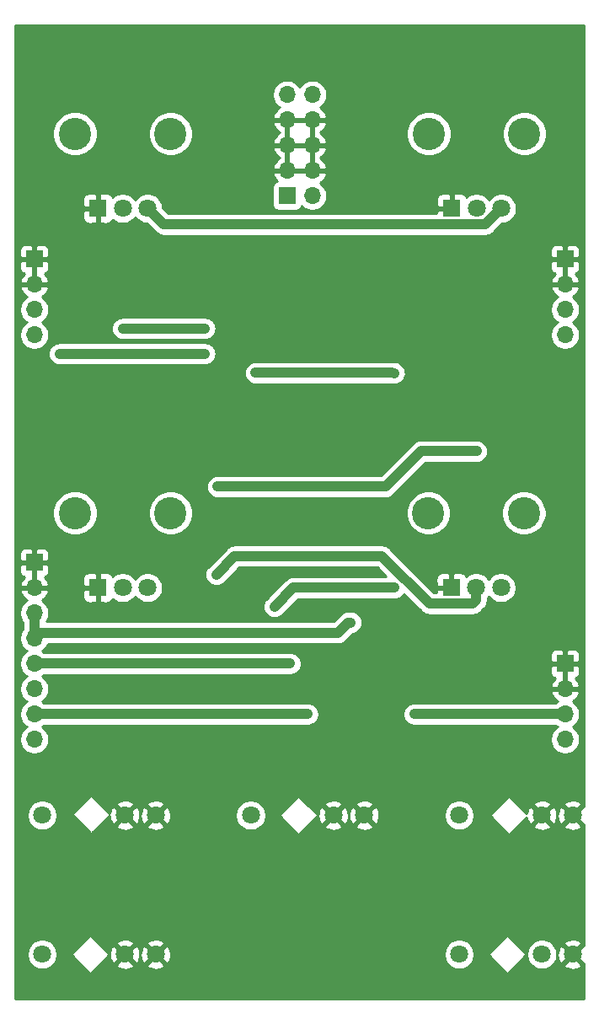
<source format=gbr>
G04 #@! TF.GenerationSoftware,KiCad,Pcbnew,5.1.6-c6e7f7d~87~ubuntu18.04.1*
G04 #@! TF.CreationDate,2020-07-29T19:07:16-04:00*
G04 #@! TF.ProjectId,filter_carrier_board,66696c74-6572-45f6-9361-72726965725f,1*
G04 #@! TF.SameCoordinates,Original*
G04 #@! TF.FileFunction,Copper,L1,Top*
G04 #@! TF.FilePolarity,Positive*
%FSLAX46Y46*%
G04 Gerber Fmt 4.6, Leading zero omitted, Abs format (unit mm)*
G04 Created by KiCad (PCBNEW 5.1.6-c6e7f7d~87~ubuntu18.04.1) date 2020-07-29 19:07:16*
%MOMM*%
%LPD*%
G01*
G04 APERTURE LIST*
G04 #@! TA.AperFunction,ComponentPad*
%ADD10C,1.800000*%
G04 #@! TD*
G04 #@! TA.AperFunction,ComponentPad*
%ADD11C,3.240000*%
G04 #@! TD*
G04 #@! TA.AperFunction,ComponentPad*
%ADD12R,1.800000X1.800000*%
G04 #@! TD*
G04 #@! TA.AperFunction,ComponentPad*
%ADD13R,1.700000X1.700000*%
G04 #@! TD*
G04 #@! TA.AperFunction,ComponentPad*
%ADD14O,1.700000X1.700000*%
G04 #@! TD*
G04 #@! TA.AperFunction,ViaPad*
%ADD15C,1.000000*%
G04 #@! TD*
G04 #@! TA.AperFunction,ViaPad*
%ADD16C,0.800000*%
G04 #@! TD*
G04 #@! TA.AperFunction,Conductor*
%ADD17C,1.000000*%
G04 #@! TD*
G04 #@! TA.AperFunction,Conductor*
%ADD18C,0.254000*%
G04 #@! TD*
G04 APERTURE END LIST*
D10*
X148115000Y-140970000D03*
X159515000Y-140970000D03*
X156415000Y-140970000D03*
X148115000Y-127000000D03*
X159515000Y-127000000D03*
X156415000Y-127000000D03*
X127160000Y-127000000D03*
X138560000Y-127000000D03*
X135460000Y-127000000D03*
X106205000Y-127000000D03*
X117605000Y-127000000D03*
X114505000Y-127000000D03*
X106205000Y-140970000D03*
X117605000Y-140970000D03*
X114505000Y-140970000D03*
D11*
X145020000Y-96640000D03*
X154620000Y-96640000D03*
D10*
X152320000Y-104140000D03*
X149820000Y-104140000D03*
D12*
X147320000Y-104140000D03*
D11*
X145060000Y-58540000D03*
X154660000Y-58540000D03*
D10*
X152360000Y-66040000D03*
X149860000Y-66040000D03*
D12*
X147360000Y-66040000D03*
D11*
X109500000Y-96640000D03*
X119100000Y-96640000D03*
D10*
X116800000Y-104140000D03*
X114300000Y-104140000D03*
D12*
X111800000Y-104140000D03*
D11*
X109500000Y-58540000D03*
X119100000Y-58540000D03*
D10*
X116800000Y-66040000D03*
X114300000Y-66040000D03*
D12*
X111800000Y-66040000D03*
D13*
X130810000Y-64770000D03*
D14*
X133350000Y-64770000D03*
X130810000Y-62230000D03*
X133350000Y-62230000D03*
X130810000Y-59690000D03*
X133350000Y-59690000D03*
X130810000Y-57150000D03*
X133350000Y-57150000D03*
X130810000Y-54610000D03*
X133350000Y-54610000D03*
X158750000Y-119380000D03*
X158750000Y-116840000D03*
X158750000Y-114300000D03*
D13*
X158750000Y-111760000D03*
X105410000Y-71120000D03*
D14*
X105410000Y-73660000D03*
X105410000Y-76200000D03*
X105410000Y-78740000D03*
D13*
X158750000Y-71120000D03*
D14*
X158750000Y-73660000D03*
X158750000Y-76200000D03*
X158750000Y-78740000D03*
D13*
X105410000Y-101600000D03*
D14*
X105410000Y-104140000D03*
X105410000Y-106680000D03*
X105410000Y-109220000D03*
X105410000Y-111760000D03*
X105410000Y-114300000D03*
X105410000Y-116840000D03*
X105410000Y-119380000D03*
D15*
X132892800Y-116840000D03*
X119380000Y-114300000D03*
X119380000Y-119380000D03*
X137414000Y-110172500D03*
X144780000Y-71120000D03*
X124460000Y-71120000D03*
X137160000Y-91440000D03*
X137160000Y-96520000D03*
X144780000Y-86360000D03*
X127000000Y-91440000D03*
X127000000Y-96520000D03*
X131127500Y-111760000D03*
D16*
X107950000Y-80645000D03*
X122555000Y-80645000D03*
X123700740Y-102810057D03*
X127635000Y-82550000D03*
X141605000Y-82563449D03*
D15*
X143586200Y-116840000D03*
D16*
X141605000Y-104140000D03*
X129540000Y-106045000D03*
X137223500Y-107632500D03*
X114300000Y-78105000D03*
X122555000Y-78105000D03*
X123825000Y-93980000D03*
X149860000Y-90424000D03*
D17*
X132892800Y-116840000D02*
X105410000Y-116840000D01*
X105410000Y-111760000D02*
X131127500Y-111760000D01*
X107950000Y-80645000D02*
X122555000Y-80645000D01*
X140335000Y-100965000D02*
X125545797Y-100965000D01*
X145110001Y-105740001D02*
X140335000Y-100965000D01*
X149492791Y-105740001D02*
X145110001Y-105740001D01*
X149820000Y-104140000D02*
X149820000Y-105412792D01*
X125545797Y-100965000D02*
X123700740Y-102810057D01*
X149820000Y-105412792D02*
X149492791Y-105740001D01*
X141358472Y-82550000D02*
X127635000Y-82550000D01*
X141605000Y-82563449D02*
X141358472Y-82550000D01*
X158750000Y-116840000D02*
X143586200Y-116840000D01*
X141605000Y-104140000D02*
X131445000Y-104140000D01*
X131445000Y-104140000D02*
X129540000Y-106045000D01*
X105410000Y-106680000D02*
X105410000Y-109220000D01*
X136971498Y-107632500D02*
X137223500Y-107632500D01*
X135959999Y-108643999D02*
X136971498Y-107632500D01*
X135959999Y-108648500D02*
X135959999Y-108643999D01*
X105410000Y-109220000D02*
X105981500Y-108648500D01*
X105981500Y-108648500D02*
X135959999Y-108648500D01*
X118400001Y-67640001D02*
X150759999Y-67640001D01*
X150759999Y-67640001D02*
X152360000Y-66040000D01*
X116800000Y-66040000D02*
X118400001Y-67640001D01*
X114300000Y-78105000D02*
X122555000Y-78105000D01*
X144272000Y-90424000D02*
X149860000Y-90424000D01*
X123825000Y-93980000D02*
X140716000Y-93980000D01*
X140716000Y-93980000D02*
X144272000Y-90424000D01*
D18*
G36*
X160630000Y-126132289D02*
G01*
X160579080Y-126115525D01*
X159694605Y-127000000D01*
X160579080Y-127884475D01*
X160630000Y-127867711D01*
X160630000Y-140102289D01*
X160579080Y-140085525D01*
X159694605Y-140970000D01*
X160579080Y-141854475D01*
X160630000Y-141837711D01*
X160630000Y-145390000D01*
X103530000Y-145390000D01*
X103530000Y-140818816D01*
X104670000Y-140818816D01*
X104670000Y-141121184D01*
X104728989Y-141417743D01*
X104844701Y-141697095D01*
X105012688Y-141948505D01*
X105226495Y-142162312D01*
X105477905Y-142330299D01*
X105757257Y-142446011D01*
X106053816Y-142505000D01*
X106356184Y-142505000D01*
X106652743Y-142446011D01*
X106932095Y-142330299D01*
X107183505Y-142162312D01*
X107397312Y-141948505D01*
X107565299Y-141697095D01*
X107681011Y-141417743D01*
X107740000Y-141121184D01*
X107740000Y-140970000D01*
X109093000Y-140970000D01*
X109095440Y-140994776D01*
X109102667Y-141018601D01*
X109114403Y-141040557D01*
X109130197Y-141059803D01*
X110930197Y-142859803D01*
X110949443Y-142875597D01*
X110971399Y-142887333D01*
X110995224Y-142894560D01*
X111020000Y-142897000D01*
X111044776Y-142894560D01*
X111068601Y-142887333D01*
X111090557Y-142875597D01*
X111109803Y-142859803D01*
X111935526Y-142034080D01*
X113620525Y-142034080D01*
X113704208Y-142288261D01*
X113976775Y-142419158D01*
X114269642Y-142494365D01*
X114571553Y-142510991D01*
X114870907Y-142468397D01*
X115156199Y-142368222D01*
X115305792Y-142288261D01*
X115389475Y-142034080D01*
X116720525Y-142034080D01*
X116804208Y-142288261D01*
X117076775Y-142419158D01*
X117369642Y-142494365D01*
X117671553Y-142510991D01*
X117970907Y-142468397D01*
X118256199Y-142368222D01*
X118405792Y-142288261D01*
X118489475Y-142034080D01*
X117605000Y-141149605D01*
X116720525Y-142034080D01*
X115389475Y-142034080D01*
X114505000Y-141149605D01*
X113620525Y-142034080D01*
X111935526Y-142034080D01*
X112909803Y-141059803D01*
X112925597Y-141040557D01*
X112927737Y-141036553D01*
X112964009Y-141036553D01*
X113006603Y-141335907D01*
X113106778Y-141621199D01*
X113186739Y-141770792D01*
X113440920Y-141854475D01*
X114325395Y-140970000D01*
X114684605Y-140970000D01*
X115569080Y-141854475D01*
X115823261Y-141770792D01*
X115954158Y-141498225D01*
X116029365Y-141205358D01*
X116038660Y-141036553D01*
X116064009Y-141036553D01*
X116106603Y-141335907D01*
X116206778Y-141621199D01*
X116286739Y-141770792D01*
X116540920Y-141854475D01*
X117425395Y-140970000D01*
X117784605Y-140970000D01*
X118669080Y-141854475D01*
X118923261Y-141770792D01*
X119054158Y-141498225D01*
X119129365Y-141205358D01*
X119145991Y-140903447D01*
X119133950Y-140818816D01*
X146580000Y-140818816D01*
X146580000Y-141121184D01*
X146638989Y-141417743D01*
X146754701Y-141697095D01*
X146922688Y-141948505D01*
X147136495Y-142162312D01*
X147387905Y-142330299D01*
X147667257Y-142446011D01*
X147963816Y-142505000D01*
X148266184Y-142505000D01*
X148562743Y-142446011D01*
X148842095Y-142330299D01*
X149093505Y-142162312D01*
X149307312Y-141948505D01*
X149475299Y-141697095D01*
X149591011Y-141417743D01*
X149650000Y-141121184D01*
X149650000Y-140970000D01*
X151003000Y-140970000D01*
X151005440Y-140994776D01*
X151012667Y-141018601D01*
X151024403Y-141040557D01*
X151040197Y-141059803D01*
X152840197Y-142859803D01*
X152859443Y-142875597D01*
X152881399Y-142887333D01*
X152905224Y-142894560D01*
X152930000Y-142897000D01*
X152954776Y-142894560D01*
X152978601Y-142887333D01*
X153000557Y-142875597D01*
X153019803Y-142859803D01*
X154819803Y-141059803D01*
X154835597Y-141040557D01*
X154847333Y-141018601D01*
X154854560Y-140994776D01*
X154857000Y-140970000D01*
X154854560Y-140945224D01*
X154847333Y-140921399D01*
X154835597Y-140899443D01*
X154819803Y-140880197D01*
X154758422Y-140818816D01*
X154880000Y-140818816D01*
X154880000Y-141121184D01*
X154938989Y-141417743D01*
X155054701Y-141697095D01*
X155222688Y-141948505D01*
X155436495Y-142162312D01*
X155687905Y-142330299D01*
X155967257Y-142446011D01*
X156263816Y-142505000D01*
X156566184Y-142505000D01*
X156862743Y-142446011D01*
X157142095Y-142330299D01*
X157393505Y-142162312D01*
X157521737Y-142034080D01*
X158630525Y-142034080D01*
X158714208Y-142288261D01*
X158986775Y-142419158D01*
X159279642Y-142494365D01*
X159581553Y-142510991D01*
X159880907Y-142468397D01*
X160166199Y-142368222D01*
X160315792Y-142288261D01*
X160399475Y-142034080D01*
X159515000Y-141149605D01*
X158630525Y-142034080D01*
X157521737Y-142034080D01*
X157607312Y-141948505D01*
X157775299Y-141697095D01*
X157891011Y-141417743D01*
X157950000Y-141121184D01*
X157950000Y-141036553D01*
X157974009Y-141036553D01*
X158016603Y-141335907D01*
X158116778Y-141621199D01*
X158196739Y-141770792D01*
X158450920Y-141854475D01*
X159335395Y-140970000D01*
X158450920Y-140085525D01*
X158196739Y-140169208D01*
X158065842Y-140441775D01*
X157990635Y-140734642D01*
X157974009Y-141036553D01*
X157950000Y-141036553D01*
X157950000Y-140818816D01*
X157891011Y-140522257D01*
X157775299Y-140242905D01*
X157607312Y-139991495D01*
X157521737Y-139905920D01*
X158630525Y-139905920D01*
X159515000Y-140790395D01*
X160399475Y-139905920D01*
X160315792Y-139651739D01*
X160043225Y-139520842D01*
X159750358Y-139445635D01*
X159448447Y-139429009D01*
X159149093Y-139471603D01*
X158863801Y-139571778D01*
X158714208Y-139651739D01*
X158630525Y-139905920D01*
X157521737Y-139905920D01*
X157393505Y-139777688D01*
X157142095Y-139609701D01*
X156862743Y-139493989D01*
X156566184Y-139435000D01*
X156263816Y-139435000D01*
X155967257Y-139493989D01*
X155687905Y-139609701D01*
X155436495Y-139777688D01*
X155222688Y-139991495D01*
X155054701Y-140242905D01*
X154938989Y-140522257D01*
X154880000Y-140818816D01*
X154758422Y-140818816D01*
X153019803Y-139080197D01*
X153000557Y-139064403D01*
X152978601Y-139052667D01*
X152954776Y-139045440D01*
X152930000Y-139043000D01*
X152905224Y-139045440D01*
X152881399Y-139052667D01*
X152859443Y-139064403D01*
X152840197Y-139080197D01*
X151040197Y-140880197D01*
X151024403Y-140899443D01*
X151012667Y-140921399D01*
X151005440Y-140945224D01*
X151003000Y-140970000D01*
X149650000Y-140970000D01*
X149650000Y-140818816D01*
X149591011Y-140522257D01*
X149475299Y-140242905D01*
X149307312Y-139991495D01*
X149093505Y-139777688D01*
X148842095Y-139609701D01*
X148562743Y-139493989D01*
X148266184Y-139435000D01*
X147963816Y-139435000D01*
X147667257Y-139493989D01*
X147387905Y-139609701D01*
X147136495Y-139777688D01*
X146922688Y-139991495D01*
X146754701Y-140242905D01*
X146638989Y-140522257D01*
X146580000Y-140818816D01*
X119133950Y-140818816D01*
X119103397Y-140604093D01*
X119003222Y-140318801D01*
X118923261Y-140169208D01*
X118669080Y-140085525D01*
X117784605Y-140970000D01*
X117425395Y-140970000D01*
X116540920Y-140085525D01*
X116286739Y-140169208D01*
X116155842Y-140441775D01*
X116080635Y-140734642D01*
X116064009Y-141036553D01*
X116038660Y-141036553D01*
X116045991Y-140903447D01*
X116003397Y-140604093D01*
X115903222Y-140318801D01*
X115823261Y-140169208D01*
X115569080Y-140085525D01*
X114684605Y-140970000D01*
X114325395Y-140970000D01*
X113440920Y-140085525D01*
X113186739Y-140169208D01*
X113055842Y-140441775D01*
X112980635Y-140734642D01*
X112964009Y-141036553D01*
X112927737Y-141036553D01*
X112937333Y-141018601D01*
X112944560Y-140994776D01*
X112947000Y-140970000D01*
X112944560Y-140945224D01*
X112937333Y-140921399D01*
X112925597Y-140899443D01*
X112909803Y-140880197D01*
X111935526Y-139905920D01*
X113620525Y-139905920D01*
X114505000Y-140790395D01*
X115389475Y-139905920D01*
X116720525Y-139905920D01*
X117605000Y-140790395D01*
X118489475Y-139905920D01*
X118405792Y-139651739D01*
X118133225Y-139520842D01*
X117840358Y-139445635D01*
X117538447Y-139429009D01*
X117239093Y-139471603D01*
X116953801Y-139571778D01*
X116804208Y-139651739D01*
X116720525Y-139905920D01*
X115389475Y-139905920D01*
X115305792Y-139651739D01*
X115033225Y-139520842D01*
X114740358Y-139445635D01*
X114438447Y-139429009D01*
X114139093Y-139471603D01*
X113853801Y-139571778D01*
X113704208Y-139651739D01*
X113620525Y-139905920D01*
X111935526Y-139905920D01*
X111109803Y-139080197D01*
X111090557Y-139064403D01*
X111068601Y-139052667D01*
X111044776Y-139045440D01*
X111020000Y-139043000D01*
X110995224Y-139045440D01*
X110971399Y-139052667D01*
X110949443Y-139064403D01*
X110930197Y-139080197D01*
X109130197Y-140880197D01*
X109114403Y-140899443D01*
X109102667Y-140921399D01*
X109095440Y-140945224D01*
X109093000Y-140970000D01*
X107740000Y-140970000D01*
X107740000Y-140818816D01*
X107681011Y-140522257D01*
X107565299Y-140242905D01*
X107397312Y-139991495D01*
X107183505Y-139777688D01*
X106932095Y-139609701D01*
X106652743Y-139493989D01*
X106356184Y-139435000D01*
X106053816Y-139435000D01*
X105757257Y-139493989D01*
X105477905Y-139609701D01*
X105226495Y-139777688D01*
X105012688Y-139991495D01*
X104844701Y-140242905D01*
X104728989Y-140522257D01*
X104670000Y-140818816D01*
X103530000Y-140818816D01*
X103530000Y-126848816D01*
X104670000Y-126848816D01*
X104670000Y-127151184D01*
X104728989Y-127447743D01*
X104844701Y-127727095D01*
X105012688Y-127978505D01*
X105226495Y-128192312D01*
X105477905Y-128360299D01*
X105757257Y-128476011D01*
X106053816Y-128535000D01*
X106356184Y-128535000D01*
X106652743Y-128476011D01*
X106932095Y-128360299D01*
X107183505Y-128192312D01*
X107397312Y-127978505D01*
X107565299Y-127727095D01*
X107681011Y-127447743D01*
X107740000Y-127151184D01*
X107740000Y-126895000D01*
X109198000Y-126895000D01*
X109200440Y-126919776D01*
X109207667Y-126943601D01*
X109219403Y-126965557D01*
X109235197Y-126984803D01*
X111035197Y-128784803D01*
X111054443Y-128800597D01*
X111076399Y-128812333D01*
X111100224Y-128819560D01*
X111125000Y-128822000D01*
X111149776Y-128819560D01*
X111173601Y-128812333D01*
X111195557Y-128800597D01*
X111214803Y-128784803D01*
X111935526Y-128064080D01*
X113620525Y-128064080D01*
X113704208Y-128318261D01*
X113976775Y-128449158D01*
X114269642Y-128524365D01*
X114571553Y-128540991D01*
X114870907Y-128498397D01*
X115156199Y-128398222D01*
X115305792Y-128318261D01*
X115389475Y-128064080D01*
X116720525Y-128064080D01*
X116804208Y-128318261D01*
X117076775Y-128449158D01*
X117369642Y-128524365D01*
X117671553Y-128540991D01*
X117970907Y-128498397D01*
X118256199Y-128398222D01*
X118405792Y-128318261D01*
X118489475Y-128064080D01*
X117605000Y-127179605D01*
X116720525Y-128064080D01*
X115389475Y-128064080D01*
X114505000Y-127179605D01*
X113620525Y-128064080D01*
X111935526Y-128064080D01*
X112965813Y-127033793D01*
X112964009Y-127066553D01*
X113006603Y-127365907D01*
X113106778Y-127651199D01*
X113186739Y-127800792D01*
X113440920Y-127884475D01*
X114325395Y-127000000D01*
X114684605Y-127000000D01*
X115569080Y-127884475D01*
X115823261Y-127800792D01*
X115954158Y-127528225D01*
X116029365Y-127235358D01*
X116038660Y-127066553D01*
X116064009Y-127066553D01*
X116106603Y-127365907D01*
X116206778Y-127651199D01*
X116286739Y-127800792D01*
X116540920Y-127884475D01*
X117425395Y-127000000D01*
X117784605Y-127000000D01*
X118669080Y-127884475D01*
X118923261Y-127800792D01*
X119054158Y-127528225D01*
X119129365Y-127235358D01*
X119145991Y-126933447D01*
X119133950Y-126848816D01*
X125625000Y-126848816D01*
X125625000Y-127151184D01*
X125683989Y-127447743D01*
X125799701Y-127727095D01*
X125967688Y-127978505D01*
X126181495Y-128192312D01*
X126432905Y-128360299D01*
X126712257Y-128476011D01*
X127008816Y-128535000D01*
X127311184Y-128535000D01*
X127607743Y-128476011D01*
X127887095Y-128360299D01*
X128138505Y-128192312D01*
X128352312Y-127978505D01*
X128520299Y-127727095D01*
X128636011Y-127447743D01*
X128695000Y-127151184D01*
X128695000Y-127000000D01*
X130048000Y-127000000D01*
X130050440Y-127024776D01*
X130057667Y-127048601D01*
X130069403Y-127070557D01*
X130085197Y-127089803D01*
X131885197Y-128889803D01*
X131904443Y-128905597D01*
X131926399Y-128917333D01*
X131950224Y-128924560D01*
X131975000Y-128927000D01*
X131999776Y-128924560D01*
X132023601Y-128917333D01*
X132045557Y-128905597D01*
X132064803Y-128889803D01*
X132890526Y-128064080D01*
X134575525Y-128064080D01*
X134659208Y-128318261D01*
X134931775Y-128449158D01*
X135224642Y-128524365D01*
X135526553Y-128540991D01*
X135825907Y-128498397D01*
X136111199Y-128398222D01*
X136260792Y-128318261D01*
X136344475Y-128064080D01*
X137675525Y-128064080D01*
X137759208Y-128318261D01*
X138031775Y-128449158D01*
X138324642Y-128524365D01*
X138626553Y-128540991D01*
X138925907Y-128498397D01*
X139211199Y-128398222D01*
X139360792Y-128318261D01*
X139444475Y-128064080D01*
X138560000Y-127179605D01*
X137675525Y-128064080D01*
X136344475Y-128064080D01*
X135460000Y-127179605D01*
X134575525Y-128064080D01*
X132890526Y-128064080D01*
X133864803Y-127089803D01*
X133880597Y-127070557D01*
X133882737Y-127066553D01*
X133919009Y-127066553D01*
X133961603Y-127365907D01*
X134061778Y-127651199D01*
X134141739Y-127800792D01*
X134395920Y-127884475D01*
X135280395Y-127000000D01*
X135639605Y-127000000D01*
X136524080Y-127884475D01*
X136778261Y-127800792D01*
X136909158Y-127528225D01*
X136984365Y-127235358D01*
X136993660Y-127066553D01*
X137019009Y-127066553D01*
X137061603Y-127365907D01*
X137161778Y-127651199D01*
X137241739Y-127800792D01*
X137495920Y-127884475D01*
X138380395Y-127000000D01*
X138739605Y-127000000D01*
X139624080Y-127884475D01*
X139878261Y-127800792D01*
X140009158Y-127528225D01*
X140084365Y-127235358D01*
X140100991Y-126933447D01*
X140088950Y-126848816D01*
X146580000Y-126848816D01*
X146580000Y-127151184D01*
X146638989Y-127447743D01*
X146754701Y-127727095D01*
X146922688Y-127978505D01*
X147136495Y-128192312D01*
X147387905Y-128360299D01*
X147667257Y-128476011D01*
X147963816Y-128535000D01*
X148266184Y-128535000D01*
X148562743Y-128476011D01*
X148842095Y-128360299D01*
X149093505Y-128192312D01*
X149307312Y-127978505D01*
X149475299Y-127727095D01*
X149591011Y-127447743D01*
X149650000Y-127151184D01*
X149650000Y-127000000D01*
X151213000Y-127000000D01*
X151215440Y-127024776D01*
X151222667Y-127048601D01*
X151234403Y-127070557D01*
X151250197Y-127089803D01*
X153050197Y-128889803D01*
X153069443Y-128905597D01*
X153091399Y-128917333D01*
X153115224Y-128924560D01*
X153140000Y-128927000D01*
X153164776Y-128924560D01*
X153188601Y-128917333D01*
X153210557Y-128905597D01*
X153229803Y-128889803D01*
X154055526Y-128064080D01*
X155530525Y-128064080D01*
X155614208Y-128318261D01*
X155886775Y-128449158D01*
X156179642Y-128524365D01*
X156481553Y-128540991D01*
X156780907Y-128498397D01*
X157066199Y-128398222D01*
X157215792Y-128318261D01*
X157299475Y-128064080D01*
X158630525Y-128064080D01*
X158714208Y-128318261D01*
X158986775Y-128449158D01*
X159279642Y-128524365D01*
X159581553Y-128540991D01*
X159880907Y-128498397D01*
X160166199Y-128398222D01*
X160315792Y-128318261D01*
X160399475Y-128064080D01*
X159515000Y-127179605D01*
X158630525Y-128064080D01*
X157299475Y-128064080D01*
X156415000Y-127179605D01*
X155530525Y-128064080D01*
X154055526Y-128064080D01*
X154896311Y-127223295D01*
X154916603Y-127365907D01*
X155016778Y-127651199D01*
X155096739Y-127800792D01*
X155350920Y-127884475D01*
X156235395Y-127000000D01*
X156594605Y-127000000D01*
X157479080Y-127884475D01*
X157733261Y-127800792D01*
X157864158Y-127528225D01*
X157939365Y-127235358D01*
X157948660Y-127066553D01*
X157974009Y-127066553D01*
X158016603Y-127365907D01*
X158116778Y-127651199D01*
X158196739Y-127800792D01*
X158450920Y-127884475D01*
X159335395Y-127000000D01*
X158450920Y-126115525D01*
X158196739Y-126199208D01*
X158065842Y-126471775D01*
X157990635Y-126764642D01*
X157974009Y-127066553D01*
X157948660Y-127066553D01*
X157955991Y-126933447D01*
X157913397Y-126634093D01*
X157813222Y-126348801D01*
X157733261Y-126199208D01*
X157479080Y-126115525D01*
X156594605Y-127000000D01*
X156235395Y-127000000D01*
X155350920Y-126115525D01*
X155096739Y-126199208D01*
X154965842Y-126471775D01*
X154890635Y-126764642D01*
X154890302Y-126770696D01*
X154055526Y-125935920D01*
X155530525Y-125935920D01*
X156415000Y-126820395D01*
X157299475Y-125935920D01*
X158630525Y-125935920D01*
X159515000Y-126820395D01*
X160399475Y-125935920D01*
X160315792Y-125681739D01*
X160043225Y-125550842D01*
X159750358Y-125475635D01*
X159448447Y-125459009D01*
X159149093Y-125501603D01*
X158863801Y-125601778D01*
X158714208Y-125681739D01*
X158630525Y-125935920D01*
X157299475Y-125935920D01*
X157215792Y-125681739D01*
X156943225Y-125550842D01*
X156650358Y-125475635D01*
X156348447Y-125459009D01*
X156049093Y-125501603D01*
X155763801Y-125601778D01*
X155614208Y-125681739D01*
X155530525Y-125935920D01*
X154055526Y-125935920D01*
X153229803Y-125110197D01*
X153210557Y-125094403D01*
X153188601Y-125082667D01*
X153164776Y-125075440D01*
X153140000Y-125073000D01*
X153115224Y-125075440D01*
X153091399Y-125082667D01*
X153069443Y-125094403D01*
X153050197Y-125110197D01*
X151250197Y-126910197D01*
X151234403Y-126929443D01*
X151222667Y-126951399D01*
X151215440Y-126975224D01*
X151213000Y-127000000D01*
X149650000Y-127000000D01*
X149650000Y-126848816D01*
X149591011Y-126552257D01*
X149475299Y-126272905D01*
X149307312Y-126021495D01*
X149093505Y-125807688D01*
X148842095Y-125639701D01*
X148562743Y-125523989D01*
X148266184Y-125465000D01*
X147963816Y-125465000D01*
X147667257Y-125523989D01*
X147387905Y-125639701D01*
X147136495Y-125807688D01*
X146922688Y-126021495D01*
X146754701Y-126272905D01*
X146638989Y-126552257D01*
X146580000Y-126848816D01*
X140088950Y-126848816D01*
X140058397Y-126634093D01*
X139958222Y-126348801D01*
X139878261Y-126199208D01*
X139624080Y-126115525D01*
X138739605Y-127000000D01*
X138380395Y-127000000D01*
X137495920Y-126115525D01*
X137241739Y-126199208D01*
X137110842Y-126471775D01*
X137035635Y-126764642D01*
X137019009Y-127066553D01*
X136993660Y-127066553D01*
X137000991Y-126933447D01*
X136958397Y-126634093D01*
X136858222Y-126348801D01*
X136778261Y-126199208D01*
X136524080Y-126115525D01*
X135639605Y-127000000D01*
X135280395Y-127000000D01*
X134395920Y-126115525D01*
X134141739Y-126199208D01*
X134010842Y-126471775D01*
X133935635Y-126764642D01*
X133919009Y-127066553D01*
X133882737Y-127066553D01*
X133892333Y-127048601D01*
X133899560Y-127024776D01*
X133902000Y-127000000D01*
X133899560Y-126975224D01*
X133892333Y-126951399D01*
X133880597Y-126929443D01*
X133864803Y-126910197D01*
X132890526Y-125935920D01*
X134575525Y-125935920D01*
X135460000Y-126820395D01*
X136344475Y-125935920D01*
X137675525Y-125935920D01*
X138560000Y-126820395D01*
X139444475Y-125935920D01*
X139360792Y-125681739D01*
X139088225Y-125550842D01*
X138795358Y-125475635D01*
X138493447Y-125459009D01*
X138194093Y-125501603D01*
X137908801Y-125601778D01*
X137759208Y-125681739D01*
X137675525Y-125935920D01*
X136344475Y-125935920D01*
X136260792Y-125681739D01*
X135988225Y-125550842D01*
X135695358Y-125475635D01*
X135393447Y-125459009D01*
X135094093Y-125501603D01*
X134808801Y-125601778D01*
X134659208Y-125681739D01*
X134575525Y-125935920D01*
X132890526Y-125935920D01*
X132064803Y-125110197D01*
X132045557Y-125094403D01*
X132023601Y-125082667D01*
X131999776Y-125075440D01*
X131975000Y-125073000D01*
X131950224Y-125075440D01*
X131926399Y-125082667D01*
X131904443Y-125094403D01*
X131885197Y-125110197D01*
X130085197Y-126910197D01*
X130069403Y-126929443D01*
X130057667Y-126951399D01*
X130050440Y-126975224D01*
X130048000Y-127000000D01*
X128695000Y-127000000D01*
X128695000Y-126848816D01*
X128636011Y-126552257D01*
X128520299Y-126272905D01*
X128352312Y-126021495D01*
X128138505Y-125807688D01*
X127887095Y-125639701D01*
X127607743Y-125523989D01*
X127311184Y-125465000D01*
X127008816Y-125465000D01*
X126712257Y-125523989D01*
X126432905Y-125639701D01*
X126181495Y-125807688D01*
X125967688Y-126021495D01*
X125799701Y-126272905D01*
X125683989Y-126552257D01*
X125625000Y-126848816D01*
X119133950Y-126848816D01*
X119103397Y-126634093D01*
X119003222Y-126348801D01*
X118923261Y-126199208D01*
X118669080Y-126115525D01*
X117784605Y-127000000D01*
X117425395Y-127000000D01*
X116540920Y-126115525D01*
X116286739Y-126199208D01*
X116155842Y-126471775D01*
X116080635Y-126764642D01*
X116064009Y-127066553D01*
X116038660Y-127066553D01*
X116045991Y-126933447D01*
X116003397Y-126634093D01*
X115903222Y-126348801D01*
X115823261Y-126199208D01*
X115569080Y-126115525D01*
X114684605Y-127000000D01*
X114325395Y-127000000D01*
X113440920Y-126115525D01*
X113186739Y-126199208D01*
X113055842Y-126471775D01*
X112980635Y-126764642D01*
X112980302Y-126770696D01*
X112145526Y-125935920D01*
X113620525Y-125935920D01*
X114505000Y-126820395D01*
X115389475Y-125935920D01*
X116720525Y-125935920D01*
X117605000Y-126820395D01*
X118489475Y-125935920D01*
X118405792Y-125681739D01*
X118133225Y-125550842D01*
X117840358Y-125475635D01*
X117538447Y-125459009D01*
X117239093Y-125501603D01*
X116953801Y-125601778D01*
X116804208Y-125681739D01*
X116720525Y-125935920D01*
X115389475Y-125935920D01*
X115305792Y-125681739D01*
X115033225Y-125550842D01*
X114740358Y-125475635D01*
X114438447Y-125459009D01*
X114139093Y-125501603D01*
X113853801Y-125601778D01*
X113704208Y-125681739D01*
X113620525Y-125935920D01*
X112145526Y-125935920D01*
X111214803Y-125005197D01*
X111195557Y-124989403D01*
X111173601Y-124977667D01*
X111149776Y-124970440D01*
X111125000Y-124968000D01*
X111100224Y-124970440D01*
X111076399Y-124977667D01*
X111054443Y-124989403D01*
X111035197Y-125005197D01*
X109235197Y-126805197D01*
X109219403Y-126824443D01*
X109207667Y-126846399D01*
X109200440Y-126870224D01*
X109198000Y-126895000D01*
X107740000Y-126895000D01*
X107740000Y-126848816D01*
X107681011Y-126552257D01*
X107565299Y-126272905D01*
X107397312Y-126021495D01*
X107183505Y-125807688D01*
X106932095Y-125639701D01*
X106652743Y-125523989D01*
X106356184Y-125465000D01*
X106053816Y-125465000D01*
X105757257Y-125523989D01*
X105477905Y-125639701D01*
X105226495Y-125807688D01*
X105012688Y-126021495D01*
X104844701Y-126272905D01*
X104728989Y-126552257D01*
X104670000Y-126848816D01*
X103530000Y-126848816D01*
X103530000Y-106533740D01*
X103925000Y-106533740D01*
X103925000Y-106826260D01*
X103982068Y-107113158D01*
X104094010Y-107383411D01*
X104256525Y-107626632D01*
X104275000Y-107645107D01*
X104275001Y-108254892D01*
X104256525Y-108273368D01*
X104094010Y-108516589D01*
X103982068Y-108786842D01*
X103925000Y-109073740D01*
X103925000Y-109366260D01*
X103982068Y-109653158D01*
X104094010Y-109923411D01*
X104256525Y-110166632D01*
X104463368Y-110373475D01*
X104637760Y-110490000D01*
X104463368Y-110606525D01*
X104256525Y-110813368D01*
X104094010Y-111056589D01*
X103982068Y-111326842D01*
X103925000Y-111613740D01*
X103925000Y-111906260D01*
X103982068Y-112193158D01*
X104094010Y-112463411D01*
X104256525Y-112706632D01*
X104463368Y-112913475D01*
X104637760Y-113030000D01*
X104463368Y-113146525D01*
X104256525Y-113353368D01*
X104094010Y-113596589D01*
X103982068Y-113866842D01*
X103925000Y-114153740D01*
X103925000Y-114446260D01*
X103982068Y-114733158D01*
X104094010Y-115003411D01*
X104256525Y-115246632D01*
X104463368Y-115453475D01*
X104637760Y-115570000D01*
X104463368Y-115686525D01*
X104256525Y-115893368D01*
X104094010Y-116136589D01*
X103982068Y-116406842D01*
X103925000Y-116693740D01*
X103925000Y-116986260D01*
X103982068Y-117273158D01*
X104094010Y-117543411D01*
X104256525Y-117786632D01*
X104463368Y-117993475D01*
X104637760Y-118110000D01*
X104463368Y-118226525D01*
X104256525Y-118433368D01*
X104094010Y-118676589D01*
X103982068Y-118946842D01*
X103925000Y-119233740D01*
X103925000Y-119526260D01*
X103982068Y-119813158D01*
X104094010Y-120083411D01*
X104256525Y-120326632D01*
X104463368Y-120533475D01*
X104706589Y-120695990D01*
X104976842Y-120807932D01*
X105263740Y-120865000D01*
X105556260Y-120865000D01*
X105843158Y-120807932D01*
X106113411Y-120695990D01*
X106356632Y-120533475D01*
X106563475Y-120326632D01*
X106725990Y-120083411D01*
X106837932Y-119813158D01*
X106895000Y-119526260D01*
X106895000Y-119233740D01*
X106837932Y-118946842D01*
X106725990Y-118676589D01*
X106563475Y-118433368D01*
X106356632Y-118226525D01*
X106182240Y-118110000D01*
X106356632Y-117993475D01*
X106375107Y-117975000D01*
X133004588Y-117975000D01*
X133059547Y-117964068D01*
X133115299Y-117958577D01*
X133168906Y-117942315D01*
X133223867Y-117931383D01*
X133275642Y-117909937D01*
X133329247Y-117893676D01*
X133378651Y-117867269D01*
X133430424Y-117845824D01*
X133477014Y-117814693D01*
X133526423Y-117788284D01*
X133569732Y-117752741D01*
X133616320Y-117721612D01*
X133655941Y-117681991D01*
X133699249Y-117646449D01*
X133734791Y-117603141D01*
X133774412Y-117563520D01*
X133805541Y-117516932D01*
X133841084Y-117473623D01*
X133867493Y-117424214D01*
X133898624Y-117377624D01*
X133920069Y-117325851D01*
X133946476Y-117276447D01*
X133962737Y-117222842D01*
X133984183Y-117171067D01*
X133995115Y-117116106D01*
X134011377Y-117062499D01*
X134016868Y-117006747D01*
X134027800Y-116951788D01*
X134027800Y-116895752D01*
X134033291Y-116840000D01*
X142445709Y-116840000D01*
X142451200Y-116895752D01*
X142451200Y-116951788D01*
X142462132Y-117006747D01*
X142467623Y-117062499D01*
X142483885Y-117116106D01*
X142494817Y-117171067D01*
X142516263Y-117222842D01*
X142532524Y-117276447D01*
X142558931Y-117325851D01*
X142580376Y-117377624D01*
X142611507Y-117424214D01*
X142637916Y-117473623D01*
X142673459Y-117516932D01*
X142704588Y-117563520D01*
X142744209Y-117603141D01*
X142779751Y-117646449D01*
X142823059Y-117681991D01*
X142862680Y-117721612D01*
X142909268Y-117752741D01*
X142952577Y-117788284D01*
X143001986Y-117814693D01*
X143048576Y-117845824D01*
X143100349Y-117867269D01*
X143149753Y-117893676D01*
X143203358Y-117909937D01*
X143255133Y-117931383D01*
X143310094Y-117942315D01*
X143363701Y-117958577D01*
X143419453Y-117964068D01*
X143474412Y-117975000D01*
X157784893Y-117975000D01*
X157803368Y-117993475D01*
X157977760Y-118110000D01*
X157803368Y-118226525D01*
X157596525Y-118433368D01*
X157434010Y-118676589D01*
X157322068Y-118946842D01*
X157265000Y-119233740D01*
X157265000Y-119526260D01*
X157322068Y-119813158D01*
X157434010Y-120083411D01*
X157596525Y-120326632D01*
X157803368Y-120533475D01*
X158046589Y-120695990D01*
X158316842Y-120807932D01*
X158603740Y-120865000D01*
X158896260Y-120865000D01*
X159183158Y-120807932D01*
X159453411Y-120695990D01*
X159696632Y-120533475D01*
X159903475Y-120326632D01*
X160065990Y-120083411D01*
X160177932Y-119813158D01*
X160235000Y-119526260D01*
X160235000Y-119233740D01*
X160177932Y-118946842D01*
X160065990Y-118676589D01*
X159903475Y-118433368D01*
X159696632Y-118226525D01*
X159522240Y-118110000D01*
X159696632Y-117993475D01*
X159903475Y-117786632D01*
X160065990Y-117543411D01*
X160177932Y-117273158D01*
X160235000Y-116986260D01*
X160235000Y-116693740D01*
X160177932Y-116406842D01*
X160065990Y-116136589D01*
X159903475Y-115893368D01*
X159696632Y-115686525D01*
X159514466Y-115564805D01*
X159631355Y-115495178D01*
X159847588Y-115300269D01*
X160021641Y-115066920D01*
X160146825Y-114804099D01*
X160191476Y-114656890D01*
X160070155Y-114427000D01*
X158877000Y-114427000D01*
X158877000Y-114447000D01*
X158623000Y-114447000D01*
X158623000Y-114427000D01*
X157429845Y-114427000D01*
X157308524Y-114656890D01*
X157353175Y-114804099D01*
X157478359Y-115066920D01*
X157652412Y-115300269D01*
X157868645Y-115495178D01*
X157985534Y-115564805D01*
X157803368Y-115686525D01*
X157784893Y-115705000D01*
X143474412Y-115705000D01*
X143419453Y-115715932D01*
X143363701Y-115721423D01*
X143310094Y-115737685D01*
X143255133Y-115748617D01*
X143203358Y-115770063D01*
X143149753Y-115786324D01*
X143100349Y-115812731D01*
X143048576Y-115834176D01*
X143001986Y-115865307D01*
X142952577Y-115891716D01*
X142909268Y-115927259D01*
X142862680Y-115958388D01*
X142823059Y-115998009D01*
X142779751Y-116033551D01*
X142744209Y-116076859D01*
X142704588Y-116116480D01*
X142673459Y-116163068D01*
X142637916Y-116206377D01*
X142611507Y-116255786D01*
X142580376Y-116302376D01*
X142558931Y-116354149D01*
X142532524Y-116403553D01*
X142516263Y-116457158D01*
X142494817Y-116508933D01*
X142483885Y-116563894D01*
X142467623Y-116617501D01*
X142462132Y-116673253D01*
X142451200Y-116728212D01*
X142451200Y-116784248D01*
X142445709Y-116840000D01*
X134033291Y-116840000D01*
X134027800Y-116784248D01*
X134027800Y-116728212D01*
X134016868Y-116673253D01*
X134011377Y-116617501D01*
X133995115Y-116563894D01*
X133984183Y-116508933D01*
X133962737Y-116457158D01*
X133946476Y-116403553D01*
X133920069Y-116354149D01*
X133898624Y-116302376D01*
X133867493Y-116255786D01*
X133841084Y-116206377D01*
X133805541Y-116163068D01*
X133774412Y-116116480D01*
X133734791Y-116076859D01*
X133699249Y-116033551D01*
X133655941Y-115998009D01*
X133616320Y-115958388D01*
X133569732Y-115927259D01*
X133526423Y-115891716D01*
X133477014Y-115865307D01*
X133430424Y-115834176D01*
X133378651Y-115812731D01*
X133329247Y-115786324D01*
X133275642Y-115770063D01*
X133223867Y-115748617D01*
X133168906Y-115737685D01*
X133115299Y-115721423D01*
X133059547Y-115715932D01*
X133004588Y-115705000D01*
X106375107Y-115705000D01*
X106356632Y-115686525D01*
X106182240Y-115570000D01*
X106356632Y-115453475D01*
X106563475Y-115246632D01*
X106725990Y-115003411D01*
X106837932Y-114733158D01*
X106895000Y-114446260D01*
X106895000Y-114153740D01*
X106837932Y-113866842D01*
X106725990Y-113596589D01*
X106563475Y-113353368D01*
X106356632Y-113146525D01*
X106182240Y-113030000D01*
X106356632Y-112913475D01*
X106375107Y-112895000D01*
X131239288Y-112895000D01*
X131294247Y-112884068D01*
X131349999Y-112878577D01*
X131403606Y-112862315D01*
X131458567Y-112851383D01*
X131510342Y-112829937D01*
X131563947Y-112813676D01*
X131613351Y-112787269D01*
X131665124Y-112765824D01*
X131711714Y-112734693D01*
X131761123Y-112708284D01*
X131804432Y-112672741D01*
X131851020Y-112641612D01*
X131882632Y-112610000D01*
X157261928Y-112610000D01*
X157274188Y-112734482D01*
X157310498Y-112854180D01*
X157369463Y-112964494D01*
X157448815Y-113061185D01*
X157545506Y-113140537D01*
X157655820Y-113199502D01*
X157736466Y-113223966D01*
X157652412Y-113299731D01*
X157478359Y-113533080D01*
X157353175Y-113795901D01*
X157308524Y-113943110D01*
X157429845Y-114173000D01*
X158623000Y-114173000D01*
X158623000Y-111887000D01*
X158877000Y-111887000D01*
X158877000Y-114173000D01*
X160070155Y-114173000D01*
X160191476Y-113943110D01*
X160146825Y-113795901D01*
X160021641Y-113533080D01*
X159847588Y-113299731D01*
X159763534Y-113223966D01*
X159844180Y-113199502D01*
X159954494Y-113140537D01*
X160051185Y-113061185D01*
X160130537Y-112964494D01*
X160189502Y-112854180D01*
X160225812Y-112734482D01*
X160238072Y-112610000D01*
X160235000Y-112045750D01*
X160076250Y-111887000D01*
X158877000Y-111887000D01*
X158623000Y-111887000D01*
X157423750Y-111887000D01*
X157265000Y-112045750D01*
X157261928Y-112610000D01*
X131882632Y-112610000D01*
X131890641Y-112601991D01*
X131933949Y-112566449D01*
X131969491Y-112523141D01*
X132009112Y-112483520D01*
X132040241Y-112436932D01*
X132075784Y-112393623D01*
X132102193Y-112344214D01*
X132133324Y-112297624D01*
X132154769Y-112245851D01*
X132181176Y-112196447D01*
X132197437Y-112142842D01*
X132218883Y-112091067D01*
X132229815Y-112036106D01*
X132246077Y-111982499D01*
X132251568Y-111926747D01*
X132262500Y-111871788D01*
X132262500Y-111815752D01*
X132267991Y-111760000D01*
X132262500Y-111704248D01*
X132262500Y-111648212D01*
X132251568Y-111593253D01*
X132246077Y-111537501D01*
X132229815Y-111483894D01*
X132218883Y-111428933D01*
X132197437Y-111377158D01*
X132181176Y-111323553D01*
X132154769Y-111274149D01*
X132133324Y-111222376D01*
X132102193Y-111175786D01*
X132075784Y-111126377D01*
X132040241Y-111083068D01*
X132009112Y-111036480D01*
X131969491Y-110996859D01*
X131933949Y-110953551D01*
X131890641Y-110918009D01*
X131882632Y-110910000D01*
X157261928Y-110910000D01*
X157265000Y-111474250D01*
X157423750Y-111633000D01*
X158623000Y-111633000D01*
X158623000Y-110433750D01*
X158877000Y-110433750D01*
X158877000Y-111633000D01*
X160076250Y-111633000D01*
X160235000Y-111474250D01*
X160238072Y-110910000D01*
X160225812Y-110785518D01*
X160189502Y-110665820D01*
X160130537Y-110555506D01*
X160051185Y-110458815D01*
X159954494Y-110379463D01*
X159844180Y-110320498D01*
X159724482Y-110284188D01*
X159600000Y-110271928D01*
X159035750Y-110275000D01*
X158877000Y-110433750D01*
X158623000Y-110433750D01*
X158464250Y-110275000D01*
X157900000Y-110271928D01*
X157775518Y-110284188D01*
X157655820Y-110320498D01*
X157545506Y-110379463D01*
X157448815Y-110458815D01*
X157369463Y-110555506D01*
X157310498Y-110665820D01*
X157274188Y-110785518D01*
X157261928Y-110910000D01*
X131882632Y-110910000D01*
X131851020Y-110878388D01*
X131804432Y-110847259D01*
X131761123Y-110811716D01*
X131711714Y-110785307D01*
X131665124Y-110754176D01*
X131613351Y-110732731D01*
X131563947Y-110706324D01*
X131510342Y-110690063D01*
X131458567Y-110668617D01*
X131403606Y-110657685D01*
X131349999Y-110641423D01*
X131294247Y-110635932D01*
X131239288Y-110625000D01*
X106375107Y-110625000D01*
X106356632Y-110606525D01*
X106182240Y-110490000D01*
X106356632Y-110373475D01*
X106563475Y-110166632D01*
X106725990Y-109923411D01*
X106783943Y-109783500D01*
X135904247Y-109783500D01*
X135959999Y-109788991D01*
X136015750Y-109783500D01*
X136015751Y-109783500D01*
X136182498Y-109767077D01*
X136396446Y-109702176D01*
X136593622Y-109596784D01*
X136766448Y-109454949D01*
X136822594Y-109386536D01*
X137463302Y-108745828D01*
X137659947Y-108686176D01*
X137857123Y-108580784D01*
X138029949Y-108438949D01*
X138171784Y-108266123D01*
X138277176Y-108068947D01*
X138342077Y-107854999D01*
X138363991Y-107632500D01*
X138342077Y-107410001D01*
X138277176Y-107196053D01*
X138171784Y-106998877D01*
X138029949Y-106826051D01*
X137857123Y-106684216D01*
X137659947Y-106578824D01*
X137445999Y-106513923D01*
X137279252Y-106497500D01*
X137027250Y-106497500D01*
X136971498Y-106492009D01*
X136748999Y-106513923D01*
X136535051Y-106578824D01*
X136337875Y-106684216D01*
X136208354Y-106790511D01*
X136208352Y-106790513D01*
X136165049Y-106826051D01*
X136129511Y-106869355D01*
X135485366Y-107513500D01*
X106639067Y-107513500D01*
X106725990Y-107383411D01*
X106837932Y-107113158D01*
X106895000Y-106826260D01*
X106895000Y-106533740D01*
X106837932Y-106246842D01*
X106725990Y-105976589D01*
X106563475Y-105733368D01*
X106356632Y-105526525D01*
X106174466Y-105404805D01*
X106291355Y-105335178D01*
X106507588Y-105140269D01*
X106582377Y-105040000D01*
X110261928Y-105040000D01*
X110274188Y-105164482D01*
X110310498Y-105284180D01*
X110369463Y-105394494D01*
X110448815Y-105491185D01*
X110545506Y-105570537D01*
X110655820Y-105629502D01*
X110775518Y-105665812D01*
X110900000Y-105678072D01*
X111514250Y-105675000D01*
X111673000Y-105516250D01*
X111673000Y-104267000D01*
X110423750Y-104267000D01*
X110265000Y-104425750D01*
X110261928Y-105040000D01*
X106582377Y-105040000D01*
X106681641Y-104906920D01*
X106806825Y-104644099D01*
X106851476Y-104496890D01*
X106730155Y-104267000D01*
X105537000Y-104267000D01*
X105537000Y-104287000D01*
X105283000Y-104287000D01*
X105283000Y-104267000D01*
X104089845Y-104267000D01*
X103968524Y-104496890D01*
X104013175Y-104644099D01*
X104138359Y-104906920D01*
X104312412Y-105140269D01*
X104528645Y-105335178D01*
X104645534Y-105404805D01*
X104463368Y-105526525D01*
X104256525Y-105733368D01*
X104094010Y-105976589D01*
X103982068Y-106246842D01*
X103925000Y-106533740D01*
X103530000Y-106533740D01*
X103530000Y-102450000D01*
X103921928Y-102450000D01*
X103934188Y-102574482D01*
X103970498Y-102694180D01*
X104029463Y-102804494D01*
X104108815Y-102901185D01*
X104205506Y-102980537D01*
X104315820Y-103039502D01*
X104396466Y-103063966D01*
X104312412Y-103139731D01*
X104138359Y-103373080D01*
X104013175Y-103635901D01*
X103968524Y-103783110D01*
X104089845Y-104013000D01*
X105283000Y-104013000D01*
X105283000Y-101727000D01*
X105537000Y-101727000D01*
X105537000Y-104013000D01*
X106730155Y-104013000D01*
X106851476Y-103783110D01*
X106806825Y-103635901D01*
X106681641Y-103373080D01*
X106582378Y-103240000D01*
X110261928Y-103240000D01*
X110265000Y-103854250D01*
X110423750Y-104013000D01*
X111673000Y-104013000D01*
X111673000Y-102763750D01*
X111927000Y-102763750D01*
X111927000Y-104013000D01*
X111947000Y-104013000D01*
X111947000Y-104267000D01*
X111927000Y-104267000D01*
X111927000Y-105516250D01*
X112085750Y-105675000D01*
X112700000Y-105678072D01*
X112824482Y-105665812D01*
X112944180Y-105629502D01*
X113054494Y-105570537D01*
X113151185Y-105491185D01*
X113230537Y-105394494D01*
X113283880Y-105294697D01*
X113321495Y-105332312D01*
X113572905Y-105500299D01*
X113852257Y-105616011D01*
X114148816Y-105675000D01*
X114451184Y-105675000D01*
X114747743Y-105616011D01*
X115027095Y-105500299D01*
X115278505Y-105332312D01*
X115492312Y-105118505D01*
X115550000Y-105032169D01*
X115607688Y-105118505D01*
X115821495Y-105332312D01*
X116072905Y-105500299D01*
X116352257Y-105616011D01*
X116648816Y-105675000D01*
X116951184Y-105675000D01*
X117247743Y-105616011D01*
X117527095Y-105500299D01*
X117778505Y-105332312D01*
X117992312Y-105118505D01*
X118160299Y-104867095D01*
X118276011Y-104587743D01*
X118335000Y-104291184D01*
X118335000Y-103988816D01*
X118276011Y-103692257D01*
X118160299Y-103412905D01*
X117992312Y-103161495D01*
X117778505Y-102947688D01*
X117572526Y-102810057D01*
X122560249Y-102810057D01*
X122582163Y-103032555D01*
X122647064Y-103246503D01*
X122752457Y-103443679D01*
X122894292Y-103616505D01*
X123067118Y-103758340D01*
X123264294Y-103863733D01*
X123478242Y-103928634D01*
X123700740Y-103950548D01*
X123923238Y-103928634D01*
X124137186Y-103863733D01*
X124334362Y-103758340D01*
X124463883Y-103652045D01*
X126015930Y-102100000D01*
X139864869Y-102100000D01*
X140769869Y-103005000D01*
X131500752Y-103005000D01*
X131445000Y-102999509D01*
X131389248Y-103005000D01*
X131222501Y-103021423D01*
X131008553Y-103086324D01*
X130811377Y-103191716D01*
X130638551Y-103333551D01*
X130603009Y-103376859D01*
X128698012Y-105281857D01*
X128591717Y-105411378D01*
X128486324Y-105608554D01*
X128421423Y-105822502D01*
X128399509Y-106045000D01*
X128421423Y-106267498D01*
X128486324Y-106481446D01*
X128591717Y-106678622D01*
X128733552Y-106851448D01*
X128906378Y-106993283D01*
X129103554Y-107098676D01*
X129317502Y-107163577D01*
X129540000Y-107185491D01*
X129762498Y-107163577D01*
X129976446Y-107098676D01*
X130173622Y-106993283D01*
X130303143Y-106886988D01*
X131915132Y-105275000D01*
X141660752Y-105275000D01*
X141827499Y-105258577D01*
X142041447Y-105193676D01*
X142238623Y-105088284D01*
X142411449Y-104946449D01*
X142546616Y-104781748D01*
X144268010Y-106503142D01*
X144303552Y-106546450D01*
X144476378Y-106688285D01*
X144673554Y-106793677D01*
X144837706Y-106843472D01*
X144887501Y-106858578D01*
X144908494Y-106860645D01*
X145054249Y-106875001D01*
X145054256Y-106875001D01*
X145110000Y-106880491D01*
X145165744Y-106875001D01*
X149437040Y-106875001D01*
X149492791Y-106880492D01*
X149548542Y-106875001D01*
X149548543Y-106875001D01*
X149715290Y-106858578D01*
X149929238Y-106793677D01*
X150126414Y-106688285D01*
X150299240Y-106546450D01*
X150334787Y-106503136D01*
X150583135Y-106254788D01*
X150626449Y-106219241D01*
X150768284Y-106046415D01*
X150873676Y-105849239D01*
X150938577Y-105635291D01*
X150955000Y-105468544D01*
X150955000Y-105468535D01*
X150960490Y-105412793D01*
X150955000Y-105357051D01*
X150955000Y-105175817D01*
X151012312Y-105118505D01*
X151070000Y-105032169D01*
X151127688Y-105118505D01*
X151341495Y-105332312D01*
X151592905Y-105500299D01*
X151872257Y-105616011D01*
X152168816Y-105675000D01*
X152471184Y-105675000D01*
X152767743Y-105616011D01*
X153047095Y-105500299D01*
X153298505Y-105332312D01*
X153512312Y-105118505D01*
X153680299Y-104867095D01*
X153796011Y-104587743D01*
X153855000Y-104291184D01*
X153855000Y-103988816D01*
X153796011Y-103692257D01*
X153680299Y-103412905D01*
X153512312Y-103161495D01*
X153298505Y-102947688D01*
X153047095Y-102779701D01*
X152767743Y-102663989D01*
X152471184Y-102605000D01*
X152168816Y-102605000D01*
X151872257Y-102663989D01*
X151592905Y-102779701D01*
X151341495Y-102947688D01*
X151127688Y-103161495D01*
X151070000Y-103247831D01*
X151012312Y-103161495D01*
X150798505Y-102947688D01*
X150547095Y-102779701D01*
X150267743Y-102663989D01*
X149971184Y-102605000D01*
X149668816Y-102605000D01*
X149372257Y-102663989D01*
X149092905Y-102779701D01*
X148841495Y-102947688D01*
X148803880Y-102985303D01*
X148750537Y-102885506D01*
X148671185Y-102788815D01*
X148574494Y-102709463D01*
X148464180Y-102650498D01*
X148344482Y-102614188D01*
X148220000Y-102601928D01*
X147605750Y-102605000D01*
X147447000Y-102763750D01*
X147447000Y-104013000D01*
X147467000Y-104013000D01*
X147467000Y-104267000D01*
X147447000Y-104267000D01*
X147447000Y-104287000D01*
X147193000Y-104287000D01*
X147193000Y-104267000D01*
X145943750Y-104267000D01*
X145785000Y-104425750D01*
X145784104Y-104605001D01*
X145580133Y-104605001D01*
X144215132Y-103240000D01*
X145781928Y-103240000D01*
X145785000Y-103854250D01*
X145943750Y-104013000D01*
X147193000Y-104013000D01*
X147193000Y-102763750D01*
X147034250Y-102605000D01*
X146420000Y-102601928D01*
X146295518Y-102614188D01*
X146175820Y-102650498D01*
X146065506Y-102709463D01*
X145968815Y-102788815D01*
X145889463Y-102885506D01*
X145830498Y-102995820D01*
X145794188Y-103115518D01*
X145781928Y-103240000D01*
X144215132Y-103240000D01*
X141176996Y-100201865D01*
X141141449Y-100158551D01*
X140968623Y-100016716D01*
X140771447Y-99911324D01*
X140557499Y-99846423D01*
X140390752Y-99830000D01*
X140390751Y-99830000D01*
X140335000Y-99824509D01*
X140279249Y-99830000D01*
X125601549Y-99830000D01*
X125545797Y-99824509D01*
X125323298Y-99846423D01*
X125109350Y-99911324D01*
X124912174Y-100016716D01*
X124782653Y-100123011D01*
X124782652Y-100123012D01*
X124739348Y-100158551D01*
X124703810Y-100201854D01*
X122858752Y-102046914D01*
X122752457Y-102176435D01*
X122647064Y-102373611D01*
X122582163Y-102587559D01*
X122560249Y-102810057D01*
X117572526Y-102810057D01*
X117527095Y-102779701D01*
X117247743Y-102663989D01*
X116951184Y-102605000D01*
X116648816Y-102605000D01*
X116352257Y-102663989D01*
X116072905Y-102779701D01*
X115821495Y-102947688D01*
X115607688Y-103161495D01*
X115550000Y-103247831D01*
X115492312Y-103161495D01*
X115278505Y-102947688D01*
X115027095Y-102779701D01*
X114747743Y-102663989D01*
X114451184Y-102605000D01*
X114148816Y-102605000D01*
X113852257Y-102663989D01*
X113572905Y-102779701D01*
X113321495Y-102947688D01*
X113283880Y-102985303D01*
X113230537Y-102885506D01*
X113151185Y-102788815D01*
X113054494Y-102709463D01*
X112944180Y-102650498D01*
X112824482Y-102614188D01*
X112700000Y-102601928D01*
X112085750Y-102605000D01*
X111927000Y-102763750D01*
X111673000Y-102763750D01*
X111514250Y-102605000D01*
X110900000Y-102601928D01*
X110775518Y-102614188D01*
X110655820Y-102650498D01*
X110545506Y-102709463D01*
X110448815Y-102788815D01*
X110369463Y-102885506D01*
X110310498Y-102995820D01*
X110274188Y-103115518D01*
X110261928Y-103240000D01*
X106582378Y-103240000D01*
X106507588Y-103139731D01*
X106423534Y-103063966D01*
X106504180Y-103039502D01*
X106614494Y-102980537D01*
X106711185Y-102901185D01*
X106790537Y-102804494D01*
X106849502Y-102694180D01*
X106885812Y-102574482D01*
X106898072Y-102450000D01*
X106895000Y-101885750D01*
X106736250Y-101727000D01*
X105537000Y-101727000D01*
X105283000Y-101727000D01*
X104083750Y-101727000D01*
X103925000Y-101885750D01*
X103921928Y-102450000D01*
X103530000Y-102450000D01*
X103530000Y-100750000D01*
X103921928Y-100750000D01*
X103925000Y-101314250D01*
X104083750Y-101473000D01*
X105283000Y-101473000D01*
X105283000Y-100273750D01*
X105537000Y-100273750D01*
X105537000Y-101473000D01*
X106736250Y-101473000D01*
X106895000Y-101314250D01*
X106898072Y-100750000D01*
X106885812Y-100625518D01*
X106849502Y-100505820D01*
X106790537Y-100395506D01*
X106711185Y-100298815D01*
X106614494Y-100219463D01*
X106504180Y-100160498D01*
X106384482Y-100124188D01*
X106260000Y-100111928D01*
X105695750Y-100115000D01*
X105537000Y-100273750D01*
X105283000Y-100273750D01*
X105124250Y-100115000D01*
X104560000Y-100111928D01*
X104435518Y-100124188D01*
X104315820Y-100160498D01*
X104205506Y-100219463D01*
X104108815Y-100298815D01*
X104029463Y-100395506D01*
X103970498Y-100505820D01*
X103934188Y-100625518D01*
X103921928Y-100750000D01*
X103530000Y-100750000D01*
X103530000Y-96417902D01*
X107245000Y-96417902D01*
X107245000Y-96862098D01*
X107331658Y-97297759D01*
X107501645Y-97708143D01*
X107748427Y-98077479D01*
X108062521Y-98391573D01*
X108431857Y-98638355D01*
X108842241Y-98808342D01*
X109277902Y-98895000D01*
X109722098Y-98895000D01*
X110157759Y-98808342D01*
X110568143Y-98638355D01*
X110937479Y-98391573D01*
X111251573Y-98077479D01*
X111498355Y-97708143D01*
X111668342Y-97297759D01*
X111755000Y-96862098D01*
X111755000Y-96417902D01*
X116845000Y-96417902D01*
X116845000Y-96862098D01*
X116931658Y-97297759D01*
X117101645Y-97708143D01*
X117348427Y-98077479D01*
X117662521Y-98391573D01*
X118031857Y-98638355D01*
X118442241Y-98808342D01*
X118877902Y-98895000D01*
X119322098Y-98895000D01*
X119757759Y-98808342D01*
X120168143Y-98638355D01*
X120537479Y-98391573D01*
X120851573Y-98077479D01*
X121098355Y-97708143D01*
X121268342Y-97297759D01*
X121355000Y-96862098D01*
X121355000Y-96417902D01*
X142765000Y-96417902D01*
X142765000Y-96862098D01*
X142851658Y-97297759D01*
X143021645Y-97708143D01*
X143268427Y-98077479D01*
X143582521Y-98391573D01*
X143951857Y-98638355D01*
X144362241Y-98808342D01*
X144797902Y-98895000D01*
X145242098Y-98895000D01*
X145677759Y-98808342D01*
X146088143Y-98638355D01*
X146457479Y-98391573D01*
X146771573Y-98077479D01*
X147018355Y-97708143D01*
X147188342Y-97297759D01*
X147275000Y-96862098D01*
X147275000Y-96417902D01*
X152365000Y-96417902D01*
X152365000Y-96862098D01*
X152451658Y-97297759D01*
X152621645Y-97708143D01*
X152868427Y-98077479D01*
X153182521Y-98391573D01*
X153551857Y-98638355D01*
X153962241Y-98808342D01*
X154397902Y-98895000D01*
X154842098Y-98895000D01*
X155277759Y-98808342D01*
X155688143Y-98638355D01*
X156057479Y-98391573D01*
X156371573Y-98077479D01*
X156618355Y-97708143D01*
X156788342Y-97297759D01*
X156875000Y-96862098D01*
X156875000Y-96417902D01*
X156788342Y-95982241D01*
X156618355Y-95571857D01*
X156371573Y-95202521D01*
X156057479Y-94888427D01*
X155688143Y-94641645D01*
X155277759Y-94471658D01*
X154842098Y-94385000D01*
X154397902Y-94385000D01*
X153962241Y-94471658D01*
X153551857Y-94641645D01*
X153182521Y-94888427D01*
X152868427Y-95202521D01*
X152621645Y-95571857D01*
X152451658Y-95982241D01*
X152365000Y-96417902D01*
X147275000Y-96417902D01*
X147188342Y-95982241D01*
X147018355Y-95571857D01*
X146771573Y-95202521D01*
X146457479Y-94888427D01*
X146088143Y-94641645D01*
X145677759Y-94471658D01*
X145242098Y-94385000D01*
X144797902Y-94385000D01*
X144362241Y-94471658D01*
X143951857Y-94641645D01*
X143582521Y-94888427D01*
X143268427Y-95202521D01*
X143021645Y-95571857D01*
X142851658Y-95982241D01*
X142765000Y-96417902D01*
X121355000Y-96417902D01*
X121268342Y-95982241D01*
X121098355Y-95571857D01*
X120851573Y-95202521D01*
X120537479Y-94888427D01*
X120168143Y-94641645D01*
X119757759Y-94471658D01*
X119322098Y-94385000D01*
X118877902Y-94385000D01*
X118442241Y-94471658D01*
X118031857Y-94641645D01*
X117662521Y-94888427D01*
X117348427Y-95202521D01*
X117101645Y-95571857D01*
X116931658Y-95982241D01*
X116845000Y-96417902D01*
X111755000Y-96417902D01*
X111668342Y-95982241D01*
X111498355Y-95571857D01*
X111251573Y-95202521D01*
X110937479Y-94888427D01*
X110568143Y-94641645D01*
X110157759Y-94471658D01*
X109722098Y-94385000D01*
X109277902Y-94385000D01*
X108842241Y-94471658D01*
X108431857Y-94641645D01*
X108062521Y-94888427D01*
X107748427Y-95202521D01*
X107501645Y-95571857D01*
X107331658Y-95982241D01*
X107245000Y-96417902D01*
X103530000Y-96417902D01*
X103530000Y-93980000D01*
X122684509Y-93980000D01*
X122706423Y-94202499D01*
X122771324Y-94416447D01*
X122876716Y-94613623D01*
X123018551Y-94786449D01*
X123191377Y-94928284D01*
X123388553Y-95033676D01*
X123602501Y-95098577D01*
X123769248Y-95115000D01*
X140660249Y-95115000D01*
X140716000Y-95120491D01*
X140771751Y-95115000D01*
X140771752Y-95115000D01*
X140938499Y-95098577D01*
X141152447Y-95033676D01*
X141349623Y-94928284D01*
X141522449Y-94786449D01*
X141557996Y-94743135D01*
X144742132Y-91559000D01*
X149915752Y-91559000D01*
X150082499Y-91542577D01*
X150296447Y-91477676D01*
X150493623Y-91372284D01*
X150666449Y-91230449D01*
X150808284Y-91057623D01*
X150913676Y-90860447D01*
X150978577Y-90646499D01*
X151000491Y-90424000D01*
X150978577Y-90201501D01*
X150913676Y-89987553D01*
X150808284Y-89790377D01*
X150666449Y-89617551D01*
X150493623Y-89475716D01*
X150296447Y-89370324D01*
X150082499Y-89305423D01*
X149915752Y-89289000D01*
X144327741Y-89289000D01*
X144271999Y-89283510D01*
X144216257Y-89289000D01*
X144216248Y-89289000D01*
X144049501Y-89305423D01*
X143835553Y-89370324D01*
X143638377Y-89475716D01*
X143465551Y-89617551D01*
X143430009Y-89660859D01*
X140245869Y-92845000D01*
X123769248Y-92845000D01*
X123602501Y-92861423D01*
X123388553Y-92926324D01*
X123191377Y-93031716D01*
X123018551Y-93173551D01*
X122876716Y-93346377D01*
X122771324Y-93543553D01*
X122706423Y-93757501D01*
X122684509Y-93980000D01*
X103530000Y-93980000D01*
X103530000Y-82550000D01*
X126494509Y-82550000D01*
X126516423Y-82772499D01*
X126581324Y-82986447D01*
X126686716Y-83183623D01*
X126828551Y-83356449D01*
X127001377Y-83498284D01*
X127198553Y-83603676D01*
X127412501Y-83668577D01*
X127579248Y-83685000D01*
X141327552Y-83685000D01*
X141598843Y-83699800D01*
X141766237Y-83692485D01*
X141983402Y-83639335D01*
X142186027Y-83544840D01*
X142366322Y-83412630D01*
X142517361Y-83247786D01*
X142633337Y-83056644D01*
X142709796Y-82846549D01*
X142743798Y-82625574D01*
X142734036Y-82402213D01*
X142680886Y-82185047D01*
X142586391Y-81982423D01*
X142454181Y-81802127D01*
X142289338Y-81651089D01*
X142098195Y-81535112D01*
X141888100Y-81458653D01*
X141722496Y-81433172D01*
X141445055Y-81418037D01*
X141414224Y-81415000D01*
X141389394Y-81415000D01*
X141364629Y-81413649D01*
X141333713Y-81415000D01*
X127579248Y-81415000D01*
X127412501Y-81431423D01*
X127198553Y-81496324D01*
X127001377Y-81601716D01*
X126828551Y-81743551D01*
X126686716Y-81916377D01*
X126581324Y-82113553D01*
X126516423Y-82327501D01*
X126494509Y-82550000D01*
X103530000Y-82550000D01*
X103530000Y-80645000D01*
X106809509Y-80645000D01*
X106831423Y-80867499D01*
X106896324Y-81081447D01*
X107001716Y-81278623D01*
X107143551Y-81451449D01*
X107316377Y-81593284D01*
X107513553Y-81698676D01*
X107727501Y-81763577D01*
X107894248Y-81780000D01*
X122610752Y-81780000D01*
X122777499Y-81763577D01*
X122991447Y-81698676D01*
X123188623Y-81593284D01*
X123361449Y-81451449D01*
X123503284Y-81278623D01*
X123608676Y-81081447D01*
X123673577Y-80867499D01*
X123695491Y-80645000D01*
X123673577Y-80422501D01*
X123608676Y-80208553D01*
X123503284Y-80011377D01*
X123361449Y-79838551D01*
X123188623Y-79696716D01*
X122991447Y-79591324D01*
X122777499Y-79526423D01*
X122610752Y-79510000D01*
X107894248Y-79510000D01*
X107727501Y-79526423D01*
X107513553Y-79591324D01*
X107316377Y-79696716D01*
X107143551Y-79838551D01*
X107001716Y-80011377D01*
X106896324Y-80208553D01*
X106831423Y-80422501D01*
X106809509Y-80645000D01*
X103530000Y-80645000D01*
X103530000Y-76053740D01*
X103925000Y-76053740D01*
X103925000Y-76346260D01*
X103982068Y-76633158D01*
X104094010Y-76903411D01*
X104256525Y-77146632D01*
X104463368Y-77353475D01*
X104637760Y-77470000D01*
X104463368Y-77586525D01*
X104256525Y-77793368D01*
X104094010Y-78036589D01*
X103982068Y-78306842D01*
X103925000Y-78593740D01*
X103925000Y-78886260D01*
X103982068Y-79173158D01*
X104094010Y-79443411D01*
X104256525Y-79686632D01*
X104463368Y-79893475D01*
X104706589Y-80055990D01*
X104976842Y-80167932D01*
X105263740Y-80225000D01*
X105556260Y-80225000D01*
X105843158Y-80167932D01*
X106113411Y-80055990D01*
X106356632Y-79893475D01*
X106563475Y-79686632D01*
X106725990Y-79443411D01*
X106837932Y-79173158D01*
X106895000Y-78886260D01*
X106895000Y-78593740D01*
X106837932Y-78306842D01*
X106754327Y-78105000D01*
X113159509Y-78105000D01*
X113181423Y-78327499D01*
X113246324Y-78541447D01*
X113351716Y-78738623D01*
X113493551Y-78911449D01*
X113666377Y-79053284D01*
X113863553Y-79158676D01*
X114077501Y-79223577D01*
X114244248Y-79240000D01*
X122610752Y-79240000D01*
X122777499Y-79223577D01*
X122991447Y-79158676D01*
X123188623Y-79053284D01*
X123361449Y-78911449D01*
X123503284Y-78738623D01*
X123608676Y-78541447D01*
X123673577Y-78327499D01*
X123695491Y-78105000D01*
X123673577Y-77882501D01*
X123608676Y-77668553D01*
X123503284Y-77471377D01*
X123361449Y-77298551D01*
X123188623Y-77156716D01*
X122991447Y-77051324D01*
X122777499Y-76986423D01*
X122610752Y-76970000D01*
X114244248Y-76970000D01*
X114077501Y-76986423D01*
X113863553Y-77051324D01*
X113666377Y-77156716D01*
X113493551Y-77298551D01*
X113351716Y-77471377D01*
X113246324Y-77668553D01*
X113181423Y-77882501D01*
X113159509Y-78105000D01*
X106754327Y-78105000D01*
X106725990Y-78036589D01*
X106563475Y-77793368D01*
X106356632Y-77586525D01*
X106182240Y-77470000D01*
X106356632Y-77353475D01*
X106563475Y-77146632D01*
X106725990Y-76903411D01*
X106837932Y-76633158D01*
X106895000Y-76346260D01*
X106895000Y-76053740D01*
X157265000Y-76053740D01*
X157265000Y-76346260D01*
X157322068Y-76633158D01*
X157434010Y-76903411D01*
X157596525Y-77146632D01*
X157803368Y-77353475D01*
X157977760Y-77470000D01*
X157803368Y-77586525D01*
X157596525Y-77793368D01*
X157434010Y-78036589D01*
X157322068Y-78306842D01*
X157265000Y-78593740D01*
X157265000Y-78886260D01*
X157322068Y-79173158D01*
X157434010Y-79443411D01*
X157596525Y-79686632D01*
X157803368Y-79893475D01*
X158046589Y-80055990D01*
X158316842Y-80167932D01*
X158603740Y-80225000D01*
X158896260Y-80225000D01*
X159183158Y-80167932D01*
X159453411Y-80055990D01*
X159696632Y-79893475D01*
X159903475Y-79686632D01*
X160065990Y-79443411D01*
X160177932Y-79173158D01*
X160235000Y-78886260D01*
X160235000Y-78593740D01*
X160177932Y-78306842D01*
X160065990Y-78036589D01*
X159903475Y-77793368D01*
X159696632Y-77586525D01*
X159522240Y-77470000D01*
X159696632Y-77353475D01*
X159903475Y-77146632D01*
X160065990Y-76903411D01*
X160177932Y-76633158D01*
X160235000Y-76346260D01*
X160235000Y-76053740D01*
X160177932Y-75766842D01*
X160065990Y-75496589D01*
X159903475Y-75253368D01*
X159696632Y-75046525D01*
X159514466Y-74924805D01*
X159631355Y-74855178D01*
X159847588Y-74660269D01*
X160021641Y-74426920D01*
X160146825Y-74164099D01*
X160191476Y-74016890D01*
X160070155Y-73787000D01*
X158877000Y-73787000D01*
X158877000Y-73807000D01*
X158623000Y-73807000D01*
X158623000Y-73787000D01*
X157429845Y-73787000D01*
X157308524Y-74016890D01*
X157353175Y-74164099D01*
X157478359Y-74426920D01*
X157652412Y-74660269D01*
X157868645Y-74855178D01*
X157985534Y-74924805D01*
X157803368Y-75046525D01*
X157596525Y-75253368D01*
X157434010Y-75496589D01*
X157322068Y-75766842D01*
X157265000Y-76053740D01*
X106895000Y-76053740D01*
X106837932Y-75766842D01*
X106725990Y-75496589D01*
X106563475Y-75253368D01*
X106356632Y-75046525D01*
X106174466Y-74924805D01*
X106291355Y-74855178D01*
X106507588Y-74660269D01*
X106681641Y-74426920D01*
X106806825Y-74164099D01*
X106851476Y-74016890D01*
X106730155Y-73787000D01*
X105537000Y-73787000D01*
X105537000Y-73807000D01*
X105283000Y-73807000D01*
X105283000Y-73787000D01*
X104089845Y-73787000D01*
X103968524Y-74016890D01*
X104013175Y-74164099D01*
X104138359Y-74426920D01*
X104312412Y-74660269D01*
X104528645Y-74855178D01*
X104645534Y-74924805D01*
X104463368Y-75046525D01*
X104256525Y-75253368D01*
X104094010Y-75496589D01*
X103982068Y-75766842D01*
X103925000Y-76053740D01*
X103530000Y-76053740D01*
X103530000Y-71970000D01*
X103921928Y-71970000D01*
X103934188Y-72094482D01*
X103970498Y-72214180D01*
X104029463Y-72324494D01*
X104108815Y-72421185D01*
X104205506Y-72500537D01*
X104315820Y-72559502D01*
X104396466Y-72583966D01*
X104312412Y-72659731D01*
X104138359Y-72893080D01*
X104013175Y-73155901D01*
X103968524Y-73303110D01*
X104089845Y-73533000D01*
X105283000Y-73533000D01*
X105283000Y-71247000D01*
X105537000Y-71247000D01*
X105537000Y-73533000D01*
X106730155Y-73533000D01*
X106851476Y-73303110D01*
X106806825Y-73155901D01*
X106681641Y-72893080D01*
X106507588Y-72659731D01*
X106423534Y-72583966D01*
X106504180Y-72559502D01*
X106614494Y-72500537D01*
X106711185Y-72421185D01*
X106790537Y-72324494D01*
X106849502Y-72214180D01*
X106885812Y-72094482D01*
X106898072Y-71970000D01*
X157261928Y-71970000D01*
X157274188Y-72094482D01*
X157310498Y-72214180D01*
X157369463Y-72324494D01*
X157448815Y-72421185D01*
X157545506Y-72500537D01*
X157655820Y-72559502D01*
X157736466Y-72583966D01*
X157652412Y-72659731D01*
X157478359Y-72893080D01*
X157353175Y-73155901D01*
X157308524Y-73303110D01*
X157429845Y-73533000D01*
X158623000Y-73533000D01*
X158623000Y-71247000D01*
X158877000Y-71247000D01*
X158877000Y-73533000D01*
X160070155Y-73533000D01*
X160191476Y-73303110D01*
X160146825Y-73155901D01*
X160021641Y-72893080D01*
X159847588Y-72659731D01*
X159763534Y-72583966D01*
X159844180Y-72559502D01*
X159954494Y-72500537D01*
X160051185Y-72421185D01*
X160130537Y-72324494D01*
X160189502Y-72214180D01*
X160225812Y-72094482D01*
X160238072Y-71970000D01*
X160235000Y-71405750D01*
X160076250Y-71247000D01*
X158877000Y-71247000D01*
X158623000Y-71247000D01*
X157423750Y-71247000D01*
X157265000Y-71405750D01*
X157261928Y-71970000D01*
X106898072Y-71970000D01*
X106895000Y-71405750D01*
X106736250Y-71247000D01*
X105537000Y-71247000D01*
X105283000Y-71247000D01*
X104083750Y-71247000D01*
X103925000Y-71405750D01*
X103921928Y-71970000D01*
X103530000Y-71970000D01*
X103530000Y-70270000D01*
X103921928Y-70270000D01*
X103925000Y-70834250D01*
X104083750Y-70993000D01*
X105283000Y-70993000D01*
X105283000Y-69793750D01*
X105537000Y-69793750D01*
X105537000Y-70993000D01*
X106736250Y-70993000D01*
X106895000Y-70834250D01*
X106898072Y-70270000D01*
X157261928Y-70270000D01*
X157265000Y-70834250D01*
X157423750Y-70993000D01*
X158623000Y-70993000D01*
X158623000Y-69793750D01*
X158877000Y-69793750D01*
X158877000Y-70993000D01*
X160076250Y-70993000D01*
X160235000Y-70834250D01*
X160238072Y-70270000D01*
X160225812Y-70145518D01*
X160189502Y-70025820D01*
X160130537Y-69915506D01*
X160051185Y-69818815D01*
X159954494Y-69739463D01*
X159844180Y-69680498D01*
X159724482Y-69644188D01*
X159600000Y-69631928D01*
X159035750Y-69635000D01*
X158877000Y-69793750D01*
X158623000Y-69793750D01*
X158464250Y-69635000D01*
X157900000Y-69631928D01*
X157775518Y-69644188D01*
X157655820Y-69680498D01*
X157545506Y-69739463D01*
X157448815Y-69818815D01*
X157369463Y-69915506D01*
X157310498Y-70025820D01*
X157274188Y-70145518D01*
X157261928Y-70270000D01*
X106898072Y-70270000D01*
X106885812Y-70145518D01*
X106849502Y-70025820D01*
X106790537Y-69915506D01*
X106711185Y-69818815D01*
X106614494Y-69739463D01*
X106504180Y-69680498D01*
X106384482Y-69644188D01*
X106260000Y-69631928D01*
X105695750Y-69635000D01*
X105537000Y-69793750D01*
X105283000Y-69793750D01*
X105124250Y-69635000D01*
X104560000Y-69631928D01*
X104435518Y-69644188D01*
X104315820Y-69680498D01*
X104205506Y-69739463D01*
X104108815Y-69818815D01*
X104029463Y-69915506D01*
X103970498Y-70025820D01*
X103934188Y-70145518D01*
X103921928Y-70270000D01*
X103530000Y-70270000D01*
X103530000Y-66940000D01*
X110261928Y-66940000D01*
X110274188Y-67064482D01*
X110310498Y-67184180D01*
X110369463Y-67294494D01*
X110448815Y-67391185D01*
X110545506Y-67470537D01*
X110655820Y-67529502D01*
X110775518Y-67565812D01*
X110900000Y-67578072D01*
X111514250Y-67575000D01*
X111673000Y-67416250D01*
X111673000Y-66167000D01*
X110423750Y-66167000D01*
X110265000Y-66325750D01*
X110261928Y-66940000D01*
X103530000Y-66940000D01*
X103530000Y-65140000D01*
X110261928Y-65140000D01*
X110265000Y-65754250D01*
X110423750Y-65913000D01*
X111673000Y-65913000D01*
X111673000Y-64663750D01*
X111927000Y-64663750D01*
X111927000Y-65913000D01*
X111947000Y-65913000D01*
X111947000Y-66167000D01*
X111927000Y-66167000D01*
X111927000Y-67416250D01*
X112085750Y-67575000D01*
X112700000Y-67578072D01*
X112824482Y-67565812D01*
X112944180Y-67529502D01*
X113054494Y-67470537D01*
X113151185Y-67391185D01*
X113230537Y-67294494D01*
X113283880Y-67194697D01*
X113321495Y-67232312D01*
X113572905Y-67400299D01*
X113852257Y-67516011D01*
X114148816Y-67575000D01*
X114451184Y-67575000D01*
X114747743Y-67516011D01*
X115027095Y-67400299D01*
X115278505Y-67232312D01*
X115492312Y-67018505D01*
X115550000Y-66932169D01*
X115607688Y-67018505D01*
X115821495Y-67232312D01*
X116072905Y-67400299D01*
X116352257Y-67516011D01*
X116648816Y-67575000D01*
X116729869Y-67575000D01*
X117558010Y-68403141D01*
X117593552Y-68446450D01*
X117766378Y-68588285D01*
X117963554Y-68693677D01*
X118127706Y-68743472D01*
X118177501Y-68758578D01*
X118400000Y-68780492D01*
X118455752Y-68775001D01*
X150704248Y-68775001D01*
X150759999Y-68780492D01*
X150815750Y-68775001D01*
X150815751Y-68775001D01*
X150982498Y-68758578D01*
X151196446Y-68693677D01*
X151393622Y-68588285D01*
X151566448Y-68446450D01*
X151601995Y-68403136D01*
X152430132Y-67575000D01*
X152511184Y-67575000D01*
X152807743Y-67516011D01*
X153087095Y-67400299D01*
X153338505Y-67232312D01*
X153552312Y-67018505D01*
X153720299Y-66767095D01*
X153836011Y-66487743D01*
X153895000Y-66191184D01*
X153895000Y-65888816D01*
X153836011Y-65592257D01*
X153720299Y-65312905D01*
X153552312Y-65061495D01*
X153338505Y-64847688D01*
X153087095Y-64679701D01*
X152807743Y-64563989D01*
X152511184Y-64505000D01*
X152208816Y-64505000D01*
X151912257Y-64563989D01*
X151632905Y-64679701D01*
X151381495Y-64847688D01*
X151167688Y-65061495D01*
X151110000Y-65147831D01*
X151052312Y-65061495D01*
X150838505Y-64847688D01*
X150587095Y-64679701D01*
X150307743Y-64563989D01*
X150011184Y-64505000D01*
X149708816Y-64505000D01*
X149412257Y-64563989D01*
X149132905Y-64679701D01*
X148881495Y-64847688D01*
X148843880Y-64885303D01*
X148790537Y-64785506D01*
X148711185Y-64688815D01*
X148614494Y-64609463D01*
X148504180Y-64550498D01*
X148384482Y-64514188D01*
X148260000Y-64501928D01*
X147645750Y-64505000D01*
X147487000Y-64663750D01*
X147487000Y-65913000D01*
X147507000Y-65913000D01*
X147507000Y-66167000D01*
X147487000Y-66167000D01*
X147487000Y-66187000D01*
X147233000Y-66187000D01*
X147233000Y-66167000D01*
X145983750Y-66167000D01*
X145825000Y-66325750D01*
X145824104Y-66505001D01*
X118870133Y-66505001D01*
X118335000Y-65969869D01*
X118335000Y-65888816D01*
X118276011Y-65592257D01*
X118160299Y-65312905D01*
X117992312Y-65061495D01*
X117778505Y-64847688D01*
X117527095Y-64679701D01*
X117247743Y-64563989D01*
X116951184Y-64505000D01*
X116648816Y-64505000D01*
X116352257Y-64563989D01*
X116072905Y-64679701D01*
X115821495Y-64847688D01*
X115607688Y-65061495D01*
X115550000Y-65147831D01*
X115492312Y-65061495D01*
X115278505Y-64847688D01*
X115027095Y-64679701D01*
X114747743Y-64563989D01*
X114451184Y-64505000D01*
X114148816Y-64505000D01*
X113852257Y-64563989D01*
X113572905Y-64679701D01*
X113321495Y-64847688D01*
X113283880Y-64885303D01*
X113230537Y-64785506D01*
X113151185Y-64688815D01*
X113054494Y-64609463D01*
X112944180Y-64550498D01*
X112824482Y-64514188D01*
X112700000Y-64501928D01*
X112085750Y-64505000D01*
X111927000Y-64663750D01*
X111673000Y-64663750D01*
X111514250Y-64505000D01*
X110900000Y-64501928D01*
X110775518Y-64514188D01*
X110655820Y-64550498D01*
X110545506Y-64609463D01*
X110448815Y-64688815D01*
X110369463Y-64785506D01*
X110310498Y-64895820D01*
X110274188Y-65015518D01*
X110261928Y-65140000D01*
X103530000Y-65140000D01*
X103530000Y-63920000D01*
X129321928Y-63920000D01*
X129321928Y-65620000D01*
X129334188Y-65744482D01*
X129370498Y-65864180D01*
X129429463Y-65974494D01*
X129508815Y-66071185D01*
X129605506Y-66150537D01*
X129715820Y-66209502D01*
X129835518Y-66245812D01*
X129960000Y-66258072D01*
X131660000Y-66258072D01*
X131784482Y-66245812D01*
X131904180Y-66209502D01*
X132014494Y-66150537D01*
X132111185Y-66071185D01*
X132190537Y-65974494D01*
X132249502Y-65864180D01*
X132271513Y-65791620D01*
X132403368Y-65923475D01*
X132646589Y-66085990D01*
X132916842Y-66197932D01*
X133203740Y-66255000D01*
X133496260Y-66255000D01*
X133783158Y-66197932D01*
X134053411Y-66085990D01*
X134296632Y-65923475D01*
X134503475Y-65716632D01*
X134665990Y-65473411D01*
X134777932Y-65203158D01*
X134790495Y-65140000D01*
X145821928Y-65140000D01*
X145825000Y-65754250D01*
X145983750Y-65913000D01*
X147233000Y-65913000D01*
X147233000Y-64663750D01*
X147074250Y-64505000D01*
X146460000Y-64501928D01*
X146335518Y-64514188D01*
X146215820Y-64550498D01*
X146105506Y-64609463D01*
X146008815Y-64688815D01*
X145929463Y-64785506D01*
X145870498Y-64895820D01*
X145834188Y-65015518D01*
X145821928Y-65140000D01*
X134790495Y-65140000D01*
X134835000Y-64916260D01*
X134835000Y-64623740D01*
X134777932Y-64336842D01*
X134665990Y-64066589D01*
X134503475Y-63823368D01*
X134296632Y-63616525D01*
X134114466Y-63494805D01*
X134231355Y-63425178D01*
X134447588Y-63230269D01*
X134621641Y-62996920D01*
X134746825Y-62734099D01*
X134791476Y-62586890D01*
X134670155Y-62357000D01*
X133477000Y-62357000D01*
X133477000Y-62377000D01*
X133223000Y-62377000D01*
X133223000Y-62357000D01*
X130937000Y-62357000D01*
X130937000Y-62377000D01*
X130683000Y-62377000D01*
X130683000Y-62357000D01*
X129489845Y-62357000D01*
X129368524Y-62586890D01*
X129413175Y-62734099D01*
X129538359Y-62996920D01*
X129712412Y-63230269D01*
X129796466Y-63306034D01*
X129715820Y-63330498D01*
X129605506Y-63389463D01*
X129508815Y-63468815D01*
X129429463Y-63565506D01*
X129370498Y-63675820D01*
X129334188Y-63795518D01*
X129321928Y-63920000D01*
X103530000Y-63920000D01*
X103530000Y-58317902D01*
X107245000Y-58317902D01*
X107245000Y-58762098D01*
X107331658Y-59197759D01*
X107501645Y-59608143D01*
X107748427Y-59977479D01*
X108062521Y-60291573D01*
X108431857Y-60538355D01*
X108842241Y-60708342D01*
X109277902Y-60795000D01*
X109722098Y-60795000D01*
X110157759Y-60708342D01*
X110568143Y-60538355D01*
X110937479Y-60291573D01*
X111251573Y-59977479D01*
X111498355Y-59608143D01*
X111668342Y-59197759D01*
X111755000Y-58762098D01*
X111755000Y-58317902D01*
X116845000Y-58317902D01*
X116845000Y-58762098D01*
X116931658Y-59197759D01*
X117101645Y-59608143D01*
X117348427Y-59977479D01*
X117662521Y-60291573D01*
X118031857Y-60538355D01*
X118442241Y-60708342D01*
X118877902Y-60795000D01*
X119322098Y-60795000D01*
X119757759Y-60708342D01*
X120168143Y-60538355D01*
X120537479Y-60291573D01*
X120782162Y-60046890D01*
X129368524Y-60046890D01*
X129413175Y-60194099D01*
X129538359Y-60456920D01*
X129712412Y-60690269D01*
X129928645Y-60885178D01*
X130054255Y-60960000D01*
X129928645Y-61034822D01*
X129712412Y-61229731D01*
X129538359Y-61463080D01*
X129413175Y-61725901D01*
X129368524Y-61873110D01*
X129489845Y-62103000D01*
X130683000Y-62103000D01*
X130683000Y-59817000D01*
X130937000Y-59817000D01*
X130937000Y-62103000D01*
X133223000Y-62103000D01*
X133223000Y-59817000D01*
X133477000Y-59817000D01*
X133477000Y-62103000D01*
X134670155Y-62103000D01*
X134791476Y-61873110D01*
X134746825Y-61725901D01*
X134621641Y-61463080D01*
X134447588Y-61229731D01*
X134231355Y-61034822D01*
X134105745Y-60960000D01*
X134231355Y-60885178D01*
X134447588Y-60690269D01*
X134621641Y-60456920D01*
X134746825Y-60194099D01*
X134791476Y-60046890D01*
X134670155Y-59817000D01*
X133477000Y-59817000D01*
X133223000Y-59817000D01*
X130937000Y-59817000D01*
X130683000Y-59817000D01*
X129489845Y-59817000D01*
X129368524Y-60046890D01*
X120782162Y-60046890D01*
X120851573Y-59977479D01*
X121098355Y-59608143D01*
X121268342Y-59197759D01*
X121355000Y-58762098D01*
X121355000Y-58317902D01*
X121268342Y-57882241D01*
X121112867Y-57506890D01*
X129368524Y-57506890D01*
X129413175Y-57654099D01*
X129538359Y-57916920D01*
X129712412Y-58150269D01*
X129928645Y-58345178D01*
X130054255Y-58420000D01*
X129928645Y-58494822D01*
X129712412Y-58689731D01*
X129538359Y-58923080D01*
X129413175Y-59185901D01*
X129368524Y-59333110D01*
X129489845Y-59563000D01*
X130683000Y-59563000D01*
X130683000Y-57277000D01*
X130937000Y-57277000D01*
X130937000Y-59563000D01*
X133223000Y-59563000D01*
X133223000Y-57277000D01*
X133477000Y-57277000D01*
X133477000Y-59563000D01*
X134670155Y-59563000D01*
X134791476Y-59333110D01*
X134746825Y-59185901D01*
X134621641Y-58923080D01*
X134447588Y-58689731D01*
X134231355Y-58494822D01*
X134105745Y-58420000D01*
X134231355Y-58345178D01*
X134261615Y-58317902D01*
X142805000Y-58317902D01*
X142805000Y-58762098D01*
X142891658Y-59197759D01*
X143061645Y-59608143D01*
X143308427Y-59977479D01*
X143622521Y-60291573D01*
X143991857Y-60538355D01*
X144402241Y-60708342D01*
X144837902Y-60795000D01*
X145282098Y-60795000D01*
X145717759Y-60708342D01*
X146128143Y-60538355D01*
X146497479Y-60291573D01*
X146811573Y-59977479D01*
X147058355Y-59608143D01*
X147228342Y-59197759D01*
X147315000Y-58762098D01*
X147315000Y-58317902D01*
X152405000Y-58317902D01*
X152405000Y-58762098D01*
X152491658Y-59197759D01*
X152661645Y-59608143D01*
X152908427Y-59977479D01*
X153222521Y-60291573D01*
X153591857Y-60538355D01*
X154002241Y-60708342D01*
X154437902Y-60795000D01*
X154882098Y-60795000D01*
X155317759Y-60708342D01*
X155728143Y-60538355D01*
X156097479Y-60291573D01*
X156411573Y-59977479D01*
X156658355Y-59608143D01*
X156828342Y-59197759D01*
X156915000Y-58762098D01*
X156915000Y-58317902D01*
X156828342Y-57882241D01*
X156658355Y-57471857D01*
X156411573Y-57102521D01*
X156097479Y-56788427D01*
X155728143Y-56541645D01*
X155317759Y-56371658D01*
X154882098Y-56285000D01*
X154437902Y-56285000D01*
X154002241Y-56371658D01*
X153591857Y-56541645D01*
X153222521Y-56788427D01*
X152908427Y-57102521D01*
X152661645Y-57471857D01*
X152491658Y-57882241D01*
X152405000Y-58317902D01*
X147315000Y-58317902D01*
X147228342Y-57882241D01*
X147058355Y-57471857D01*
X146811573Y-57102521D01*
X146497479Y-56788427D01*
X146128143Y-56541645D01*
X145717759Y-56371658D01*
X145282098Y-56285000D01*
X144837902Y-56285000D01*
X144402241Y-56371658D01*
X143991857Y-56541645D01*
X143622521Y-56788427D01*
X143308427Y-57102521D01*
X143061645Y-57471857D01*
X142891658Y-57882241D01*
X142805000Y-58317902D01*
X134261615Y-58317902D01*
X134447588Y-58150269D01*
X134621641Y-57916920D01*
X134746825Y-57654099D01*
X134791476Y-57506890D01*
X134670155Y-57277000D01*
X133477000Y-57277000D01*
X133223000Y-57277000D01*
X130937000Y-57277000D01*
X130683000Y-57277000D01*
X129489845Y-57277000D01*
X129368524Y-57506890D01*
X121112867Y-57506890D01*
X121098355Y-57471857D01*
X120851573Y-57102521D01*
X120537479Y-56788427D01*
X120168143Y-56541645D01*
X119757759Y-56371658D01*
X119322098Y-56285000D01*
X118877902Y-56285000D01*
X118442241Y-56371658D01*
X118031857Y-56541645D01*
X117662521Y-56788427D01*
X117348427Y-57102521D01*
X117101645Y-57471857D01*
X116931658Y-57882241D01*
X116845000Y-58317902D01*
X111755000Y-58317902D01*
X111668342Y-57882241D01*
X111498355Y-57471857D01*
X111251573Y-57102521D01*
X110937479Y-56788427D01*
X110568143Y-56541645D01*
X110157759Y-56371658D01*
X109722098Y-56285000D01*
X109277902Y-56285000D01*
X108842241Y-56371658D01*
X108431857Y-56541645D01*
X108062521Y-56788427D01*
X107748427Y-57102521D01*
X107501645Y-57471857D01*
X107331658Y-57882241D01*
X107245000Y-58317902D01*
X103530000Y-58317902D01*
X103530000Y-54463740D01*
X129325000Y-54463740D01*
X129325000Y-54756260D01*
X129382068Y-55043158D01*
X129494010Y-55313411D01*
X129656525Y-55556632D01*
X129863368Y-55763475D01*
X130045534Y-55885195D01*
X129928645Y-55954822D01*
X129712412Y-56149731D01*
X129538359Y-56383080D01*
X129413175Y-56645901D01*
X129368524Y-56793110D01*
X129489845Y-57023000D01*
X130683000Y-57023000D01*
X130683000Y-57003000D01*
X130937000Y-57003000D01*
X130937000Y-57023000D01*
X133223000Y-57023000D01*
X133223000Y-57003000D01*
X133477000Y-57003000D01*
X133477000Y-57023000D01*
X134670155Y-57023000D01*
X134791476Y-56793110D01*
X134746825Y-56645901D01*
X134621641Y-56383080D01*
X134447588Y-56149731D01*
X134231355Y-55954822D01*
X134114466Y-55885195D01*
X134296632Y-55763475D01*
X134503475Y-55556632D01*
X134665990Y-55313411D01*
X134777932Y-55043158D01*
X134835000Y-54756260D01*
X134835000Y-54463740D01*
X134777932Y-54176842D01*
X134665990Y-53906589D01*
X134503475Y-53663368D01*
X134296632Y-53456525D01*
X134053411Y-53294010D01*
X133783158Y-53182068D01*
X133496260Y-53125000D01*
X133203740Y-53125000D01*
X132916842Y-53182068D01*
X132646589Y-53294010D01*
X132403368Y-53456525D01*
X132196525Y-53663368D01*
X132080000Y-53837760D01*
X131963475Y-53663368D01*
X131756632Y-53456525D01*
X131513411Y-53294010D01*
X131243158Y-53182068D01*
X130956260Y-53125000D01*
X130663740Y-53125000D01*
X130376842Y-53182068D01*
X130106589Y-53294010D01*
X129863368Y-53456525D01*
X129656525Y-53663368D01*
X129494010Y-53906589D01*
X129382068Y-54176842D01*
X129325000Y-54463740D01*
X103530000Y-54463740D01*
X103530000Y-47650000D01*
X160630001Y-47650000D01*
X160630000Y-126132289D01*
G37*
X160630000Y-126132289D02*
X160579080Y-126115525D01*
X159694605Y-127000000D01*
X160579080Y-127884475D01*
X160630000Y-127867711D01*
X160630000Y-140102289D01*
X160579080Y-140085525D01*
X159694605Y-140970000D01*
X160579080Y-141854475D01*
X160630000Y-141837711D01*
X160630000Y-145390000D01*
X103530000Y-145390000D01*
X103530000Y-140818816D01*
X104670000Y-140818816D01*
X104670000Y-141121184D01*
X104728989Y-141417743D01*
X104844701Y-141697095D01*
X105012688Y-141948505D01*
X105226495Y-142162312D01*
X105477905Y-142330299D01*
X105757257Y-142446011D01*
X106053816Y-142505000D01*
X106356184Y-142505000D01*
X106652743Y-142446011D01*
X106932095Y-142330299D01*
X107183505Y-142162312D01*
X107397312Y-141948505D01*
X107565299Y-141697095D01*
X107681011Y-141417743D01*
X107740000Y-141121184D01*
X107740000Y-140970000D01*
X109093000Y-140970000D01*
X109095440Y-140994776D01*
X109102667Y-141018601D01*
X109114403Y-141040557D01*
X109130197Y-141059803D01*
X110930197Y-142859803D01*
X110949443Y-142875597D01*
X110971399Y-142887333D01*
X110995224Y-142894560D01*
X111020000Y-142897000D01*
X111044776Y-142894560D01*
X111068601Y-142887333D01*
X111090557Y-142875597D01*
X111109803Y-142859803D01*
X111935526Y-142034080D01*
X113620525Y-142034080D01*
X113704208Y-142288261D01*
X113976775Y-142419158D01*
X114269642Y-142494365D01*
X114571553Y-142510991D01*
X114870907Y-142468397D01*
X115156199Y-142368222D01*
X115305792Y-142288261D01*
X115389475Y-142034080D01*
X116720525Y-142034080D01*
X116804208Y-142288261D01*
X117076775Y-142419158D01*
X117369642Y-142494365D01*
X117671553Y-142510991D01*
X117970907Y-142468397D01*
X118256199Y-142368222D01*
X118405792Y-142288261D01*
X118489475Y-142034080D01*
X117605000Y-141149605D01*
X116720525Y-142034080D01*
X115389475Y-142034080D01*
X114505000Y-141149605D01*
X113620525Y-142034080D01*
X111935526Y-142034080D01*
X112909803Y-141059803D01*
X112925597Y-141040557D01*
X112927737Y-141036553D01*
X112964009Y-141036553D01*
X113006603Y-141335907D01*
X113106778Y-141621199D01*
X113186739Y-141770792D01*
X113440920Y-141854475D01*
X114325395Y-140970000D01*
X114684605Y-140970000D01*
X115569080Y-141854475D01*
X115823261Y-141770792D01*
X115954158Y-141498225D01*
X116029365Y-141205358D01*
X116038660Y-141036553D01*
X116064009Y-141036553D01*
X116106603Y-141335907D01*
X116206778Y-141621199D01*
X116286739Y-141770792D01*
X116540920Y-141854475D01*
X117425395Y-140970000D01*
X117784605Y-140970000D01*
X118669080Y-141854475D01*
X118923261Y-141770792D01*
X119054158Y-141498225D01*
X119129365Y-141205358D01*
X119145991Y-140903447D01*
X119133950Y-140818816D01*
X146580000Y-140818816D01*
X146580000Y-141121184D01*
X146638989Y-141417743D01*
X146754701Y-141697095D01*
X146922688Y-141948505D01*
X147136495Y-142162312D01*
X147387905Y-142330299D01*
X147667257Y-142446011D01*
X147963816Y-142505000D01*
X148266184Y-142505000D01*
X148562743Y-142446011D01*
X148842095Y-142330299D01*
X149093505Y-142162312D01*
X149307312Y-141948505D01*
X149475299Y-141697095D01*
X149591011Y-141417743D01*
X149650000Y-141121184D01*
X149650000Y-140970000D01*
X151003000Y-140970000D01*
X151005440Y-140994776D01*
X151012667Y-141018601D01*
X151024403Y-141040557D01*
X151040197Y-141059803D01*
X152840197Y-142859803D01*
X152859443Y-142875597D01*
X152881399Y-142887333D01*
X152905224Y-142894560D01*
X152930000Y-142897000D01*
X152954776Y-142894560D01*
X152978601Y-142887333D01*
X153000557Y-142875597D01*
X153019803Y-142859803D01*
X154819803Y-141059803D01*
X154835597Y-141040557D01*
X154847333Y-141018601D01*
X154854560Y-140994776D01*
X154857000Y-140970000D01*
X154854560Y-140945224D01*
X154847333Y-140921399D01*
X154835597Y-140899443D01*
X154819803Y-140880197D01*
X154758422Y-140818816D01*
X154880000Y-140818816D01*
X154880000Y-141121184D01*
X154938989Y-141417743D01*
X155054701Y-141697095D01*
X155222688Y-141948505D01*
X155436495Y-142162312D01*
X155687905Y-142330299D01*
X155967257Y-142446011D01*
X156263816Y-142505000D01*
X156566184Y-142505000D01*
X156862743Y-142446011D01*
X157142095Y-142330299D01*
X157393505Y-142162312D01*
X157521737Y-142034080D01*
X158630525Y-142034080D01*
X158714208Y-142288261D01*
X158986775Y-142419158D01*
X159279642Y-142494365D01*
X159581553Y-142510991D01*
X159880907Y-142468397D01*
X160166199Y-142368222D01*
X160315792Y-142288261D01*
X160399475Y-142034080D01*
X159515000Y-141149605D01*
X158630525Y-142034080D01*
X157521737Y-142034080D01*
X157607312Y-141948505D01*
X157775299Y-141697095D01*
X157891011Y-141417743D01*
X157950000Y-141121184D01*
X157950000Y-141036553D01*
X157974009Y-141036553D01*
X158016603Y-141335907D01*
X158116778Y-141621199D01*
X158196739Y-141770792D01*
X158450920Y-141854475D01*
X159335395Y-140970000D01*
X158450920Y-140085525D01*
X158196739Y-140169208D01*
X158065842Y-140441775D01*
X157990635Y-140734642D01*
X157974009Y-141036553D01*
X157950000Y-141036553D01*
X157950000Y-140818816D01*
X157891011Y-140522257D01*
X157775299Y-140242905D01*
X157607312Y-139991495D01*
X157521737Y-139905920D01*
X158630525Y-139905920D01*
X159515000Y-140790395D01*
X160399475Y-139905920D01*
X160315792Y-139651739D01*
X160043225Y-139520842D01*
X159750358Y-139445635D01*
X159448447Y-139429009D01*
X159149093Y-139471603D01*
X158863801Y-139571778D01*
X158714208Y-139651739D01*
X158630525Y-139905920D01*
X157521737Y-139905920D01*
X157393505Y-139777688D01*
X157142095Y-139609701D01*
X156862743Y-139493989D01*
X156566184Y-139435000D01*
X156263816Y-139435000D01*
X155967257Y-139493989D01*
X155687905Y-139609701D01*
X155436495Y-139777688D01*
X155222688Y-139991495D01*
X155054701Y-140242905D01*
X154938989Y-140522257D01*
X154880000Y-140818816D01*
X154758422Y-140818816D01*
X153019803Y-139080197D01*
X153000557Y-139064403D01*
X152978601Y-139052667D01*
X152954776Y-139045440D01*
X152930000Y-139043000D01*
X152905224Y-139045440D01*
X152881399Y-139052667D01*
X152859443Y-139064403D01*
X152840197Y-139080197D01*
X151040197Y-140880197D01*
X151024403Y-140899443D01*
X151012667Y-140921399D01*
X151005440Y-140945224D01*
X151003000Y-140970000D01*
X149650000Y-140970000D01*
X149650000Y-140818816D01*
X149591011Y-140522257D01*
X149475299Y-140242905D01*
X149307312Y-139991495D01*
X149093505Y-139777688D01*
X148842095Y-139609701D01*
X148562743Y-139493989D01*
X148266184Y-139435000D01*
X147963816Y-139435000D01*
X147667257Y-139493989D01*
X147387905Y-139609701D01*
X147136495Y-139777688D01*
X146922688Y-139991495D01*
X146754701Y-140242905D01*
X146638989Y-140522257D01*
X146580000Y-140818816D01*
X119133950Y-140818816D01*
X119103397Y-140604093D01*
X119003222Y-140318801D01*
X118923261Y-140169208D01*
X118669080Y-140085525D01*
X117784605Y-140970000D01*
X117425395Y-140970000D01*
X116540920Y-140085525D01*
X116286739Y-140169208D01*
X116155842Y-140441775D01*
X116080635Y-140734642D01*
X116064009Y-141036553D01*
X116038660Y-141036553D01*
X116045991Y-140903447D01*
X116003397Y-140604093D01*
X115903222Y-140318801D01*
X115823261Y-140169208D01*
X115569080Y-140085525D01*
X114684605Y-140970000D01*
X114325395Y-140970000D01*
X113440920Y-140085525D01*
X113186739Y-140169208D01*
X113055842Y-140441775D01*
X112980635Y-140734642D01*
X112964009Y-141036553D01*
X112927737Y-141036553D01*
X112937333Y-141018601D01*
X112944560Y-140994776D01*
X112947000Y-140970000D01*
X112944560Y-140945224D01*
X112937333Y-140921399D01*
X112925597Y-140899443D01*
X112909803Y-140880197D01*
X111935526Y-139905920D01*
X113620525Y-139905920D01*
X114505000Y-140790395D01*
X115389475Y-139905920D01*
X116720525Y-139905920D01*
X117605000Y-140790395D01*
X118489475Y-139905920D01*
X118405792Y-139651739D01*
X118133225Y-139520842D01*
X117840358Y-139445635D01*
X117538447Y-139429009D01*
X117239093Y-139471603D01*
X116953801Y-139571778D01*
X116804208Y-139651739D01*
X116720525Y-139905920D01*
X115389475Y-139905920D01*
X115305792Y-139651739D01*
X115033225Y-139520842D01*
X114740358Y-139445635D01*
X114438447Y-139429009D01*
X114139093Y-139471603D01*
X113853801Y-139571778D01*
X113704208Y-139651739D01*
X113620525Y-139905920D01*
X111935526Y-139905920D01*
X111109803Y-139080197D01*
X111090557Y-139064403D01*
X111068601Y-139052667D01*
X111044776Y-139045440D01*
X111020000Y-139043000D01*
X110995224Y-139045440D01*
X110971399Y-139052667D01*
X110949443Y-139064403D01*
X110930197Y-139080197D01*
X109130197Y-140880197D01*
X109114403Y-140899443D01*
X109102667Y-140921399D01*
X109095440Y-140945224D01*
X109093000Y-140970000D01*
X107740000Y-140970000D01*
X107740000Y-140818816D01*
X107681011Y-140522257D01*
X107565299Y-140242905D01*
X107397312Y-139991495D01*
X107183505Y-139777688D01*
X106932095Y-139609701D01*
X106652743Y-139493989D01*
X106356184Y-139435000D01*
X106053816Y-139435000D01*
X105757257Y-139493989D01*
X105477905Y-139609701D01*
X105226495Y-139777688D01*
X105012688Y-139991495D01*
X104844701Y-140242905D01*
X104728989Y-140522257D01*
X104670000Y-140818816D01*
X103530000Y-140818816D01*
X103530000Y-126848816D01*
X104670000Y-126848816D01*
X104670000Y-127151184D01*
X104728989Y-127447743D01*
X104844701Y-127727095D01*
X105012688Y-127978505D01*
X105226495Y-128192312D01*
X105477905Y-128360299D01*
X105757257Y-128476011D01*
X106053816Y-128535000D01*
X106356184Y-128535000D01*
X106652743Y-128476011D01*
X106932095Y-128360299D01*
X107183505Y-128192312D01*
X107397312Y-127978505D01*
X107565299Y-127727095D01*
X107681011Y-127447743D01*
X107740000Y-127151184D01*
X107740000Y-126895000D01*
X109198000Y-126895000D01*
X109200440Y-126919776D01*
X109207667Y-126943601D01*
X109219403Y-126965557D01*
X109235197Y-126984803D01*
X111035197Y-128784803D01*
X111054443Y-128800597D01*
X111076399Y-128812333D01*
X111100224Y-128819560D01*
X111125000Y-128822000D01*
X111149776Y-128819560D01*
X111173601Y-128812333D01*
X111195557Y-128800597D01*
X111214803Y-128784803D01*
X111935526Y-128064080D01*
X113620525Y-128064080D01*
X113704208Y-128318261D01*
X113976775Y-128449158D01*
X114269642Y-128524365D01*
X114571553Y-128540991D01*
X114870907Y-128498397D01*
X115156199Y-128398222D01*
X115305792Y-128318261D01*
X115389475Y-128064080D01*
X116720525Y-128064080D01*
X116804208Y-128318261D01*
X117076775Y-128449158D01*
X117369642Y-128524365D01*
X117671553Y-128540991D01*
X117970907Y-128498397D01*
X118256199Y-128398222D01*
X118405792Y-128318261D01*
X118489475Y-128064080D01*
X117605000Y-127179605D01*
X116720525Y-128064080D01*
X115389475Y-128064080D01*
X114505000Y-127179605D01*
X113620525Y-128064080D01*
X111935526Y-128064080D01*
X112965813Y-127033793D01*
X112964009Y-127066553D01*
X113006603Y-127365907D01*
X113106778Y-127651199D01*
X113186739Y-127800792D01*
X113440920Y-127884475D01*
X114325395Y-127000000D01*
X114684605Y-127000000D01*
X115569080Y-127884475D01*
X115823261Y-127800792D01*
X115954158Y-127528225D01*
X116029365Y-127235358D01*
X116038660Y-127066553D01*
X116064009Y-127066553D01*
X116106603Y-127365907D01*
X116206778Y-127651199D01*
X116286739Y-127800792D01*
X116540920Y-127884475D01*
X117425395Y-127000000D01*
X117784605Y-127000000D01*
X118669080Y-127884475D01*
X118923261Y-127800792D01*
X119054158Y-127528225D01*
X119129365Y-127235358D01*
X119145991Y-126933447D01*
X119133950Y-126848816D01*
X125625000Y-126848816D01*
X125625000Y-127151184D01*
X125683989Y-127447743D01*
X125799701Y-127727095D01*
X125967688Y-127978505D01*
X126181495Y-128192312D01*
X126432905Y-128360299D01*
X126712257Y-128476011D01*
X127008816Y-128535000D01*
X127311184Y-128535000D01*
X127607743Y-128476011D01*
X127887095Y-128360299D01*
X128138505Y-128192312D01*
X128352312Y-127978505D01*
X128520299Y-127727095D01*
X128636011Y-127447743D01*
X128695000Y-127151184D01*
X128695000Y-127000000D01*
X130048000Y-127000000D01*
X130050440Y-127024776D01*
X130057667Y-127048601D01*
X130069403Y-127070557D01*
X130085197Y-127089803D01*
X131885197Y-128889803D01*
X131904443Y-128905597D01*
X131926399Y-128917333D01*
X131950224Y-128924560D01*
X131975000Y-128927000D01*
X131999776Y-128924560D01*
X132023601Y-128917333D01*
X132045557Y-128905597D01*
X132064803Y-128889803D01*
X132890526Y-128064080D01*
X134575525Y-128064080D01*
X134659208Y-128318261D01*
X134931775Y-128449158D01*
X135224642Y-128524365D01*
X135526553Y-128540991D01*
X135825907Y-128498397D01*
X136111199Y-128398222D01*
X136260792Y-128318261D01*
X136344475Y-128064080D01*
X137675525Y-128064080D01*
X137759208Y-128318261D01*
X138031775Y-128449158D01*
X138324642Y-128524365D01*
X138626553Y-128540991D01*
X138925907Y-128498397D01*
X139211199Y-128398222D01*
X139360792Y-128318261D01*
X139444475Y-128064080D01*
X138560000Y-127179605D01*
X137675525Y-128064080D01*
X136344475Y-128064080D01*
X135460000Y-127179605D01*
X134575525Y-128064080D01*
X132890526Y-128064080D01*
X133864803Y-127089803D01*
X133880597Y-127070557D01*
X133882737Y-127066553D01*
X133919009Y-127066553D01*
X133961603Y-127365907D01*
X134061778Y-127651199D01*
X134141739Y-127800792D01*
X134395920Y-127884475D01*
X135280395Y-127000000D01*
X135639605Y-127000000D01*
X136524080Y-127884475D01*
X136778261Y-127800792D01*
X136909158Y-127528225D01*
X136984365Y-127235358D01*
X136993660Y-127066553D01*
X137019009Y-127066553D01*
X137061603Y-127365907D01*
X137161778Y-127651199D01*
X137241739Y-127800792D01*
X137495920Y-127884475D01*
X138380395Y-127000000D01*
X138739605Y-127000000D01*
X139624080Y-127884475D01*
X139878261Y-127800792D01*
X140009158Y-127528225D01*
X140084365Y-127235358D01*
X140100991Y-126933447D01*
X140088950Y-126848816D01*
X146580000Y-126848816D01*
X146580000Y-127151184D01*
X146638989Y-127447743D01*
X146754701Y-127727095D01*
X146922688Y-127978505D01*
X147136495Y-128192312D01*
X147387905Y-128360299D01*
X147667257Y-128476011D01*
X147963816Y-128535000D01*
X148266184Y-128535000D01*
X148562743Y-128476011D01*
X148842095Y-128360299D01*
X149093505Y-128192312D01*
X149307312Y-127978505D01*
X149475299Y-127727095D01*
X149591011Y-127447743D01*
X149650000Y-127151184D01*
X149650000Y-127000000D01*
X151213000Y-127000000D01*
X151215440Y-127024776D01*
X151222667Y-127048601D01*
X151234403Y-127070557D01*
X151250197Y-127089803D01*
X153050197Y-128889803D01*
X153069443Y-128905597D01*
X153091399Y-128917333D01*
X153115224Y-128924560D01*
X153140000Y-128927000D01*
X153164776Y-128924560D01*
X153188601Y-128917333D01*
X153210557Y-128905597D01*
X153229803Y-128889803D01*
X154055526Y-128064080D01*
X155530525Y-128064080D01*
X155614208Y-128318261D01*
X155886775Y-128449158D01*
X156179642Y-128524365D01*
X156481553Y-128540991D01*
X156780907Y-128498397D01*
X157066199Y-128398222D01*
X157215792Y-128318261D01*
X157299475Y-128064080D01*
X158630525Y-128064080D01*
X158714208Y-128318261D01*
X158986775Y-128449158D01*
X159279642Y-128524365D01*
X159581553Y-128540991D01*
X159880907Y-128498397D01*
X160166199Y-128398222D01*
X160315792Y-128318261D01*
X160399475Y-128064080D01*
X159515000Y-127179605D01*
X158630525Y-128064080D01*
X157299475Y-128064080D01*
X156415000Y-127179605D01*
X155530525Y-128064080D01*
X154055526Y-128064080D01*
X154896311Y-127223295D01*
X154916603Y-127365907D01*
X155016778Y-127651199D01*
X155096739Y-127800792D01*
X155350920Y-127884475D01*
X156235395Y-127000000D01*
X156594605Y-127000000D01*
X157479080Y-127884475D01*
X157733261Y-127800792D01*
X157864158Y-127528225D01*
X157939365Y-127235358D01*
X157948660Y-127066553D01*
X157974009Y-127066553D01*
X158016603Y-127365907D01*
X158116778Y-127651199D01*
X158196739Y-127800792D01*
X158450920Y-127884475D01*
X159335395Y-127000000D01*
X158450920Y-126115525D01*
X158196739Y-126199208D01*
X158065842Y-126471775D01*
X157990635Y-126764642D01*
X157974009Y-127066553D01*
X157948660Y-127066553D01*
X157955991Y-126933447D01*
X157913397Y-126634093D01*
X157813222Y-126348801D01*
X157733261Y-126199208D01*
X157479080Y-126115525D01*
X156594605Y-127000000D01*
X156235395Y-127000000D01*
X155350920Y-126115525D01*
X155096739Y-126199208D01*
X154965842Y-126471775D01*
X154890635Y-126764642D01*
X154890302Y-126770696D01*
X154055526Y-125935920D01*
X155530525Y-125935920D01*
X156415000Y-126820395D01*
X157299475Y-125935920D01*
X158630525Y-125935920D01*
X159515000Y-126820395D01*
X160399475Y-125935920D01*
X160315792Y-125681739D01*
X160043225Y-125550842D01*
X159750358Y-125475635D01*
X159448447Y-125459009D01*
X159149093Y-125501603D01*
X158863801Y-125601778D01*
X158714208Y-125681739D01*
X158630525Y-125935920D01*
X157299475Y-125935920D01*
X157215792Y-125681739D01*
X156943225Y-125550842D01*
X156650358Y-125475635D01*
X156348447Y-125459009D01*
X156049093Y-125501603D01*
X155763801Y-125601778D01*
X155614208Y-125681739D01*
X155530525Y-125935920D01*
X154055526Y-125935920D01*
X153229803Y-125110197D01*
X153210557Y-125094403D01*
X153188601Y-125082667D01*
X153164776Y-125075440D01*
X153140000Y-125073000D01*
X153115224Y-125075440D01*
X153091399Y-125082667D01*
X153069443Y-125094403D01*
X153050197Y-125110197D01*
X151250197Y-126910197D01*
X151234403Y-126929443D01*
X151222667Y-126951399D01*
X151215440Y-126975224D01*
X151213000Y-127000000D01*
X149650000Y-127000000D01*
X149650000Y-126848816D01*
X149591011Y-126552257D01*
X149475299Y-126272905D01*
X149307312Y-126021495D01*
X149093505Y-125807688D01*
X148842095Y-125639701D01*
X148562743Y-125523989D01*
X148266184Y-125465000D01*
X147963816Y-125465000D01*
X147667257Y-125523989D01*
X147387905Y-125639701D01*
X147136495Y-125807688D01*
X146922688Y-126021495D01*
X146754701Y-126272905D01*
X146638989Y-126552257D01*
X146580000Y-126848816D01*
X140088950Y-126848816D01*
X140058397Y-126634093D01*
X139958222Y-126348801D01*
X139878261Y-126199208D01*
X139624080Y-126115525D01*
X138739605Y-127000000D01*
X138380395Y-127000000D01*
X137495920Y-126115525D01*
X137241739Y-126199208D01*
X137110842Y-126471775D01*
X137035635Y-126764642D01*
X137019009Y-127066553D01*
X136993660Y-127066553D01*
X137000991Y-126933447D01*
X136958397Y-126634093D01*
X136858222Y-126348801D01*
X136778261Y-126199208D01*
X136524080Y-126115525D01*
X135639605Y-127000000D01*
X135280395Y-127000000D01*
X134395920Y-126115525D01*
X134141739Y-126199208D01*
X134010842Y-126471775D01*
X133935635Y-126764642D01*
X133919009Y-127066553D01*
X133882737Y-127066553D01*
X133892333Y-127048601D01*
X133899560Y-127024776D01*
X133902000Y-127000000D01*
X133899560Y-126975224D01*
X133892333Y-126951399D01*
X133880597Y-126929443D01*
X133864803Y-126910197D01*
X132890526Y-125935920D01*
X134575525Y-125935920D01*
X135460000Y-126820395D01*
X136344475Y-125935920D01*
X137675525Y-125935920D01*
X138560000Y-126820395D01*
X139444475Y-125935920D01*
X139360792Y-125681739D01*
X139088225Y-125550842D01*
X138795358Y-125475635D01*
X138493447Y-125459009D01*
X138194093Y-125501603D01*
X137908801Y-125601778D01*
X137759208Y-125681739D01*
X137675525Y-125935920D01*
X136344475Y-125935920D01*
X136260792Y-125681739D01*
X135988225Y-125550842D01*
X135695358Y-125475635D01*
X135393447Y-125459009D01*
X135094093Y-125501603D01*
X134808801Y-125601778D01*
X134659208Y-125681739D01*
X134575525Y-125935920D01*
X132890526Y-125935920D01*
X132064803Y-125110197D01*
X132045557Y-125094403D01*
X132023601Y-125082667D01*
X131999776Y-125075440D01*
X131975000Y-125073000D01*
X131950224Y-125075440D01*
X131926399Y-125082667D01*
X131904443Y-125094403D01*
X131885197Y-125110197D01*
X130085197Y-126910197D01*
X130069403Y-126929443D01*
X130057667Y-126951399D01*
X130050440Y-126975224D01*
X130048000Y-127000000D01*
X128695000Y-127000000D01*
X128695000Y-126848816D01*
X128636011Y-126552257D01*
X128520299Y-126272905D01*
X128352312Y-126021495D01*
X128138505Y-125807688D01*
X127887095Y-125639701D01*
X127607743Y-125523989D01*
X127311184Y-125465000D01*
X127008816Y-125465000D01*
X126712257Y-125523989D01*
X126432905Y-125639701D01*
X126181495Y-125807688D01*
X125967688Y-126021495D01*
X125799701Y-126272905D01*
X125683989Y-126552257D01*
X125625000Y-126848816D01*
X119133950Y-126848816D01*
X119103397Y-126634093D01*
X119003222Y-126348801D01*
X118923261Y-126199208D01*
X118669080Y-126115525D01*
X117784605Y-127000000D01*
X117425395Y-127000000D01*
X116540920Y-126115525D01*
X116286739Y-126199208D01*
X116155842Y-126471775D01*
X116080635Y-126764642D01*
X116064009Y-127066553D01*
X116038660Y-127066553D01*
X116045991Y-126933447D01*
X116003397Y-126634093D01*
X115903222Y-126348801D01*
X115823261Y-126199208D01*
X115569080Y-126115525D01*
X114684605Y-127000000D01*
X114325395Y-127000000D01*
X113440920Y-126115525D01*
X113186739Y-126199208D01*
X113055842Y-126471775D01*
X112980635Y-126764642D01*
X112980302Y-126770696D01*
X112145526Y-125935920D01*
X113620525Y-125935920D01*
X114505000Y-126820395D01*
X115389475Y-125935920D01*
X116720525Y-125935920D01*
X117605000Y-126820395D01*
X118489475Y-125935920D01*
X118405792Y-125681739D01*
X118133225Y-125550842D01*
X117840358Y-125475635D01*
X117538447Y-125459009D01*
X117239093Y-125501603D01*
X116953801Y-125601778D01*
X116804208Y-125681739D01*
X116720525Y-125935920D01*
X115389475Y-125935920D01*
X115305792Y-125681739D01*
X115033225Y-125550842D01*
X114740358Y-125475635D01*
X114438447Y-125459009D01*
X114139093Y-125501603D01*
X113853801Y-125601778D01*
X113704208Y-125681739D01*
X113620525Y-125935920D01*
X112145526Y-125935920D01*
X111214803Y-125005197D01*
X111195557Y-124989403D01*
X111173601Y-124977667D01*
X111149776Y-124970440D01*
X111125000Y-124968000D01*
X111100224Y-124970440D01*
X111076399Y-124977667D01*
X111054443Y-124989403D01*
X111035197Y-125005197D01*
X109235197Y-126805197D01*
X109219403Y-126824443D01*
X109207667Y-126846399D01*
X109200440Y-126870224D01*
X109198000Y-126895000D01*
X107740000Y-126895000D01*
X107740000Y-126848816D01*
X107681011Y-126552257D01*
X107565299Y-126272905D01*
X107397312Y-126021495D01*
X107183505Y-125807688D01*
X106932095Y-125639701D01*
X106652743Y-125523989D01*
X106356184Y-125465000D01*
X106053816Y-125465000D01*
X105757257Y-125523989D01*
X105477905Y-125639701D01*
X105226495Y-125807688D01*
X105012688Y-126021495D01*
X104844701Y-126272905D01*
X104728989Y-126552257D01*
X104670000Y-126848816D01*
X103530000Y-126848816D01*
X103530000Y-106533740D01*
X103925000Y-106533740D01*
X103925000Y-106826260D01*
X103982068Y-107113158D01*
X104094010Y-107383411D01*
X104256525Y-107626632D01*
X104275000Y-107645107D01*
X104275001Y-108254892D01*
X104256525Y-108273368D01*
X104094010Y-108516589D01*
X103982068Y-108786842D01*
X103925000Y-109073740D01*
X103925000Y-109366260D01*
X103982068Y-109653158D01*
X104094010Y-109923411D01*
X104256525Y-110166632D01*
X104463368Y-110373475D01*
X104637760Y-110490000D01*
X104463368Y-110606525D01*
X104256525Y-110813368D01*
X104094010Y-111056589D01*
X103982068Y-111326842D01*
X103925000Y-111613740D01*
X103925000Y-111906260D01*
X103982068Y-112193158D01*
X104094010Y-112463411D01*
X104256525Y-112706632D01*
X104463368Y-112913475D01*
X104637760Y-113030000D01*
X104463368Y-113146525D01*
X104256525Y-113353368D01*
X104094010Y-113596589D01*
X103982068Y-113866842D01*
X103925000Y-114153740D01*
X103925000Y-114446260D01*
X103982068Y-114733158D01*
X104094010Y-115003411D01*
X104256525Y-115246632D01*
X104463368Y-115453475D01*
X104637760Y-115570000D01*
X104463368Y-115686525D01*
X104256525Y-115893368D01*
X104094010Y-116136589D01*
X103982068Y-116406842D01*
X103925000Y-116693740D01*
X103925000Y-116986260D01*
X103982068Y-117273158D01*
X104094010Y-117543411D01*
X104256525Y-117786632D01*
X104463368Y-117993475D01*
X104637760Y-118110000D01*
X104463368Y-118226525D01*
X104256525Y-118433368D01*
X104094010Y-118676589D01*
X103982068Y-118946842D01*
X103925000Y-119233740D01*
X103925000Y-119526260D01*
X103982068Y-119813158D01*
X104094010Y-120083411D01*
X104256525Y-120326632D01*
X104463368Y-120533475D01*
X104706589Y-120695990D01*
X104976842Y-120807932D01*
X105263740Y-120865000D01*
X105556260Y-120865000D01*
X105843158Y-120807932D01*
X106113411Y-120695990D01*
X106356632Y-120533475D01*
X106563475Y-120326632D01*
X106725990Y-120083411D01*
X106837932Y-119813158D01*
X106895000Y-119526260D01*
X106895000Y-119233740D01*
X106837932Y-118946842D01*
X106725990Y-118676589D01*
X106563475Y-118433368D01*
X106356632Y-118226525D01*
X106182240Y-118110000D01*
X106356632Y-117993475D01*
X106375107Y-117975000D01*
X133004588Y-117975000D01*
X133059547Y-117964068D01*
X133115299Y-117958577D01*
X133168906Y-117942315D01*
X133223867Y-117931383D01*
X133275642Y-117909937D01*
X133329247Y-117893676D01*
X133378651Y-117867269D01*
X133430424Y-117845824D01*
X133477014Y-117814693D01*
X133526423Y-117788284D01*
X133569732Y-117752741D01*
X133616320Y-117721612D01*
X133655941Y-117681991D01*
X133699249Y-117646449D01*
X133734791Y-117603141D01*
X133774412Y-117563520D01*
X133805541Y-117516932D01*
X133841084Y-117473623D01*
X133867493Y-117424214D01*
X133898624Y-117377624D01*
X133920069Y-117325851D01*
X133946476Y-117276447D01*
X133962737Y-117222842D01*
X133984183Y-117171067D01*
X133995115Y-117116106D01*
X134011377Y-117062499D01*
X134016868Y-117006747D01*
X134027800Y-116951788D01*
X134027800Y-116895752D01*
X134033291Y-116840000D01*
X142445709Y-116840000D01*
X142451200Y-116895752D01*
X142451200Y-116951788D01*
X142462132Y-117006747D01*
X142467623Y-117062499D01*
X142483885Y-117116106D01*
X142494817Y-117171067D01*
X142516263Y-117222842D01*
X142532524Y-117276447D01*
X142558931Y-117325851D01*
X142580376Y-117377624D01*
X142611507Y-117424214D01*
X142637916Y-117473623D01*
X142673459Y-117516932D01*
X142704588Y-117563520D01*
X142744209Y-117603141D01*
X142779751Y-117646449D01*
X142823059Y-117681991D01*
X142862680Y-117721612D01*
X142909268Y-117752741D01*
X142952577Y-117788284D01*
X143001986Y-117814693D01*
X143048576Y-117845824D01*
X143100349Y-117867269D01*
X143149753Y-117893676D01*
X143203358Y-117909937D01*
X143255133Y-117931383D01*
X143310094Y-117942315D01*
X143363701Y-117958577D01*
X143419453Y-117964068D01*
X143474412Y-117975000D01*
X157784893Y-117975000D01*
X157803368Y-117993475D01*
X157977760Y-118110000D01*
X157803368Y-118226525D01*
X157596525Y-118433368D01*
X157434010Y-118676589D01*
X157322068Y-118946842D01*
X157265000Y-119233740D01*
X157265000Y-119526260D01*
X157322068Y-119813158D01*
X157434010Y-120083411D01*
X157596525Y-120326632D01*
X157803368Y-120533475D01*
X158046589Y-120695990D01*
X158316842Y-120807932D01*
X158603740Y-120865000D01*
X158896260Y-120865000D01*
X159183158Y-120807932D01*
X159453411Y-120695990D01*
X159696632Y-120533475D01*
X159903475Y-120326632D01*
X160065990Y-120083411D01*
X160177932Y-119813158D01*
X160235000Y-119526260D01*
X160235000Y-119233740D01*
X160177932Y-118946842D01*
X160065990Y-118676589D01*
X159903475Y-118433368D01*
X159696632Y-118226525D01*
X159522240Y-118110000D01*
X159696632Y-117993475D01*
X159903475Y-117786632D01*
X160065990Y-117543411D01*
X160177932Y-117273158D01*
X160235000Y-116986260D01*
X160235000Y-116693740D01*
X160177932Y-116406842D01*
X160065990Y-116136589D01*
X159903475Y-115893368D01*
X159696632Y-115686525D01*
X159514466Y-115564805D01*
X159631355Y-115495178D01*
X159847588Y-115300269D01*
X160021641Y-115066920D01*
X160146825Y-114804099D01*
X160191476Y-114656890D01*
X160070155Y-114427000D01*
X158877000Y-114427000D01*
X158877000Y-114447000D01*
X158623000Y-114447000D01*
X158623000Y-114427000D01*
X157429845Y-114427000D01*
X157308524Y-114656890D01*
X157353175Y-114804099D01*
X157478359Y-115066920D01*
X157652412Y-115300269D01*
X157868645Y-115495178D01*
X157985534Y-115564805D01*
X157803368Y-115686525D01*
X157784893Y-115705000D01*
X143474412Y-115705000D01*
X143419453Y-115715932D01*
X143363701Y-115721423D01*
X143310094Y-115737685D01*
X143255133Y-115748617D01*
X143203358Y-115770063D01*
X143149753Y-115786324D01*
X143100349Y-115812731D01*
X143048576Y-115834176D01*
X143001986Y-115865307D01*
X142952577Y-115891716D01*
X142909268Y-115927259D01*
X142862680Y-115958388D01*
X142823059Y-115998009D01*
X142779751Y-116033551D01*
X142744209Y-116076859D01*
X142704588Y-116116480D01*
X142673459Y-116163068D01*
X142637916Y-116206377D01*
X142611507Y-116255786D01*
X142580376Y-116302376D01*
X142558931Y-116354149D01*
X142532524Y-116403553D01*
X142516263Y-116457158D01*
X142494817Y-116508933D01*
X142483885Y-116563894D01*
X142467623Y-116617501D01*
X142462132Y-116673253D01*
X142451200Y-116728212D01*
X142451200Y-116784248D01*
X142445709Y-116840000D01*
X134033291Y-116840000D01*
X134027800Y-116784248D01*
X134027800Y-116728212D01*
X134016868Y-116673253D01*
X134011377Y-116617501D01*
X133995115Y-116563894D01*
X133984183Y-116508933D01*
X133962737Y-116457158D01*
X133946476Y-116403553D01*
X133920069Y-116354149D01*
X133898624Y-116302376D01*
X133867493Y-116255786D01*
X133841084Y-116206377D01*
X133805541Y-116163068D01*
X133774412Y-116116480D01*
X133734791Y-116076859D01*
X133699249Y-116033551D01*
X133655941Y-115998009D01*
X133616320Y-115958388D01*
X133569732Y-115927259D01*
X133526423Y-115891716D01*
X133477014Y-115865307D01*
X133430424Y-115834176D01*
X133378651Y-115812731D01*
X133329247Y-115786324D01*
X133275642Y-115770063D01*
X133223867Y-115748617D01*
X133168906Y-115737685D01*
X133115299Y-115721423D01*
X133059547Y-115715932D01*
X133004588Y-115705000D01*
X106375107Y-115705000D01*
X106356632Y-115686525D01*
X106182240Y-115570000D01*
X106356632Y-115453475D01*
X106563475Y-115246632D01*
X106725990Y-115003411D01*
X106837932Y-114733158D01*
X106895000Y-114446260D01*
X106895000Y-114153740D01*
X106837932Y-113866842D01*
X106725990Y-113596589D01*
X106563475Y-113353368D01*
X106356632Y-113146525D01*
X106182240Y-113030000D01*
X106356632Y-112913475D01*
X106375107Y-112895000D01*
X131239288Y-112895000D01*
X131294247Y-112884068D01*
X131349999Y-112878577D01*
X131403606Y-112862315D01*
X131458567Y-112851383D01*
X131510342Y-112829937D01*
X131563947Y-112813676D01*
X131613351Y-112787269D01*
X131665124Y-112765824D01*
X131711714Y-112734693D01*
X131761123Y-112708284D01*
X131804432Y-112672741D01*
X131851020Y-112641612D01*
X131882632Y-112610000D01*
X157261928Y-112610000D01*
X157274188Y-112734482D01*
X157310498Y-112854180D01*
X157369463Y-112964494D01*
X157448815Y-113061185D01*
X157545506Y-113140537D01*
X157655820Y-113199502D01*
X157736466Y-113223966D01*
X157652412Y-113299731D01*
X157478359Y-113533080D01*
X157353175Y-113795901D01*
X157308524Y-113943110D01*
X157429845Y-114173000D01*
X158623000Y-114173000D01*
X158623000Y-111887000D01*
X158877000Y-111887000D01*
X158877000Y-114173000D01*
X160070155Y-114173000D01*
X160191476Y-113943110D01*
X160146825Y-113795901D01*
X160021641Y-113533080D01*
X159847588Y-113299731D01*
X159763534Y-113223966D01*
X159844180Y-113199502D01*
X159954494Y-113140537D01*
X160051185Y-113061185D01*
X160130537Y-112964494D01*
X160189502Y-112854180D01*
X160225812Y-112734482D01*
X160238072Y-112610000D01*
X160235000Y-112045750D01*
X160076250Y-111887000D01*
X158877000Y-111887000D01*
X158623000Y-111887000D01*
X157423750Y-111887000D01*
X157265000Y-112045750D01*
X157261928Y-112610000D01*
X131882632Y-112610000D01*
X131890641Y-112601991D01*
X131933949Y-112566449D01*
X131969491Y-112523141D01*
X132009112Y-112483520D01*
X132040241Y-112436932D01*
X132075784Y-112393623D01*
X132102193Y-112344214D01*
X132133324Y-112297624D01*
X132154769Y-112245851D01*
X132181176Y-112196447D01*
X132197437Y-112142842D01*
X132218883Y-112091067D01*
X132229815Y-112036106D01*
X132246077Y-111982499D01*
X132251568Y-111926747D01*
X132262500Y-111871788D01*
X132262500Y-111815752D01*
X132267991Y-111760000D01*
X132262500Y-111704248D01*
X132262500Y-111648212D01*
X132251568Y-111593253D01*
X132246077Y-111537501D01*
X132229815Y-111483894D01*
X132218883Y-111428933D01*
X132197437Y-111377158D01*
X132181176Y-111323553D01*
X132154769Y-111274149D01*
X132133324Y-111222376D01*
X132102193Y-111175786D01*
X132075784Y-111126377D01*
X132040241Y-111083068D01*
X132009112Y-111036480D01*
X131969491Y-110996859D01*
X131933949Y-110953551D01*
X131890641Y-110918009D01*
X131882632Y-110910000D01*
X157261928Y-110910000D01*
X157265000Y-111474250D01*
X157423750Y-111633000D01*
X158623000Y-111633000D01*
X158623000Y-110433750D01*
X158877000Y-110433750D01*
X158877000Y-111633000D01*
X160076250Y-111633000D01*
X160235000Y-111474250D01*
X160238072Y-110910000D01*
X160225812Y-110785518D01*
X160189502Y-110665820D01*
X160130537Y-110555506D01*
X160051185Y-110458815D01*
X159954494Y-110379463D01*
X159844180Y-110320498D01*
X159724482Y-110284188D01*
X159600000Y-110271928D01*
X159035750Y-110275000D01*
X158877000Y-110433750D01*
X158623000Y-110433750D01*
X158464250Y-110275000D01*
X157900000Y-110271928D01*
X157775518Y-110284188D01*
X157655820Y-110320498D01*
X157545506Y-110379463D01*
X157448815Y-110458815D01*
X157369463Y-110555506D01*
X157310498Y-110665820D01*
X157274188Y-110785518D01*
X157261928Y-110910000D01*
X131882632Y-110910000D01*
X131851020Y-110878388D01*
X131804432Y-110847259D01*
X131761123Y-110811716D01*
X131711714Y-110785307D01*
X131665124Y-110754176D01*
X131613351Y-110732731D01*
X131563947Y-110706324D01*
X131510342Y-110690063D01*
X131458567Y-110668617D01*
X131403606Y-110657685D01*
X131349999Y-110641423D01*
X131294247Y-110635932D01*
X131239288Y-110625000D01*
X106375107Y-110625000D01*
X106356632Y-110606525D01*
X106182240Y-110490000D01*
X106356632Y-110373475D01*
X106563475Y-110166632D01*
X106725990Y-109923411D01*
X106783943Y-109783500D01*
X135904247Y-109783500D01*
X135959999Y-109788991D01*
X136015750Y-109783500D01*
X136015751Y-109783500D01*
X136182498Y-109767077D01*
X136396446Y-109702176D01*
X136593622Y-109596784D01*
X136766448Y-109454949D01*
X136822594Y-109386536D01*
X137463302Y-108745828D01*
X137659947Y-108686176D01*
X137857123Y-108580784D01*
X138029949Y-108438949D01*
X138171784Y-108266123D01*
X138277176Y-108068947D01*
X138342077Y-107854999D01*
X138363991Y-107632500D01*
X138342077Y-107410001D01*
X138277176Y-107196053D01*
X138171784Y-106998877D01*
X138029949Y-106826051D01*
X137857123Y-106684216D01*
X137659947Y-106578824D01*
X137445999Y-106513923D01*
X137279252Y-106497500D01*
X137027250Y-106497500D01*
X136971498Y-106492009D01*
X136748999Y-106513923D01*
X136535051Y-106578824D01*
X136337875Y-106684216D01*
X136208354Y-106790511D01*
X136208352Y-106790513D01*
X136165049Y-106826051D01*
X136129511Y-106869355D01*
X135485366Y-107513500D01*
X106639067Y-107513500D01*
X106725990Y-107383411D01*
X106837932Y-107113158D01*
X106895000Y-106826260D01*
X106895000Y-106533740D01*
X106837932Y-106246842D01*
X106725990Y-105976589D01*
X106563475Y-105733368D01*
X106356632Y-105526525D01*
X106174466Y-105404805D01*
X106291355Y-105335178D01*
X106507588Y-105140269D01*
X106582377Y-105040000D01*
X110261928Y-105040000D01*
X110274188Y-105164482D01*
X110310498Y-105284180D01*
X110369463Y-105394494D01*
X110448815Y-105491185D01*
X110545506Y-105570537D01*
X110655820Y-105629502D01*
X110775518Y-105665812D01*
X110900000Y-105678072D01*
X111514250Y-105675000D01*
X111673000Y-105516250D01*
X111673000Y-104267000D01*
X110423750Y-104267000D01*
X110265000Y-104425750D01*
X110261928Y-105040000D01*
X106582377Y-105040000D01*
X106681641Y-104906920D01*
X106806825Y-104644099D01*
X106851476Y-104496890D01*
X106730155Y-104267000D01*
X105537000Y-104267000D01*
X105537000Y-104287000D01*
X105283000Y-104287000D01*
X105283000Y-104267000D01*
X104089845Y-104267000D01*
X103968524Y-104496890D01*
X104013175Y-104644099D01*
X104138359Y-104906920D01*
X104312412Y-105140269D01*
X104528645Y-105335178D01*
X104645534Y-105404805D01*
X104463368Y-105526525D01*
X104256525Y-105733368D01*
X104094010Y-105976589D01*
X103982068Y-106246842D01*
X103925000Y-106533740D01*
X103530000Y-106533740D01*
X103530000Y-102450000D01*
X103921928Y-102450000D01*
X103934188Y-102574482D01*
X103970498Y-102694180D01*
X104029463Y-102804494D01*
X104108815Y-102901185D01*
X104205506Y-102980537D01*
X104315820Y-103039502D01*
X104396466Y-103063966D01*
X104312412Y-103139731D01*
X104138359Y-103373080D01*
X104013175Y-103635901D01*
X103968524Y-103783110D01*
X104089845Y-104013000D01*
X105283000Y-104013000D01*
X105283000Y-101727000D01*
X105537000Y-101727000D01*
X105537000Y-104013000D01*
X106730155Y-104013000D01*
X106851476Y-103783110D01*
X106806825Y-103635901D01*
X106681641Y-103373080D01*
X106582378Y-103240000D01*
X110261928Y-103240000D01*
X110265000Y-103854250D01*
X110423750Y-104013000D01*
X111673000Y-104013000D01*
X111673000Y-102763750D01*
X111927000Y-102763750D01*
X111927000Y-104013000D01*
X111947000Y-104013000D01*
X111947000Y-104267000D01*
X111927000Y-104267000D01*
X111927000Y-105516250D01*
X112085750Y-105675000D01*
X112700000Y-105678072D01*
X112824482Y-105665812D01*
X112944180Y-105629502D01*
X113054494Y-105570537D01*
X113151185Y-105491185D01*
X113230537Y-105394494D01*
X113283880Y-105294697D01*
X113321495Y-105332312D01*
X113572905Y-105500299D01*
X113852257Y-105616011D01*
X114148816Y-105675000D01*
X114451184Y-105675000D01*
X114747743Y-105616011D01*
X115027095Y-105500299D01*
X115278505Y-105332312D01*
X115492312Y-105118505D01*
X115550000Y-105032169D01*
X115607688Y-105118505D01*
X115821495Y-105332312D01*
X116072905Y-105500299D01*
X116352257Y-105616011D01*
X116648816Y-105675000D01*
X116951184Y-105675000D01*
X117247743Y-105616011D01*
X117527095Y-105500299D01*
X117778505Y-105332312D01*
X117992312Y-105118505D01*
X118160299Y-104867095D01*
X118276011Y-104587743D01*
X118335000Y-104291184D01*
X118335000Y-103988816D01*
X118276011Y-103692257D01*
X118160299Y-103412905D01*
X117992312Y-103161495D01*
X117778505Y-102947688D01*
X117572526Y-102810057D01*
X122560249Y-102810057D01*
X122582163Y-103032555D01*
X122647064Y-103246503D01*
X122752457Y-103443679D01*
X122894292Y-103616505D01*
X123067118Y-103758340D01*
X123264294Y-103863733D01*
X123478242Y-103928634D01*
X123700740Y-103950548D01*
X123923238Y-103928634D01*
X124137186Y-103863733D01*
X124334362Y-103758340D01*
X124463883Y-103652045D01*
X126015930Y-102100000D01*
X139864869Y-102100000D01*
X140769869Y-103005000D01*
X131500752Y-103005000D01*
X131445000Y-102999509D01*
X131389248Y-103005000D01*
X131222501Y-103021423D01*
X131008553Y-103086324D01*
X130811377Y-103191716D01*
X130638551Y-103333551D01*
X130603009Y-103376859D01*
X128698012Y-105281857D01*
X128591717Y-105411378D01*
X128486324Y-105608554D01*
X128421423Y-105822502D01*
X128399509Y-106045000D01*
X128421423Y-106267498D01*
X128486324Y-106481446D01*
X128591717Y-106678622D01*
X128733552Y-106851448D01*
X128906378Y-106993283D01*
X129103554Y-107098676D01*
X129317502Y-107163577D01*
X129540000Y-107185491D01*
X129762498Y-107163577D01*
X129976446Y-107098676D01*
X130173622Y-106993283D01*
X130303143Y-106886988D01*
X131915132Y-105275000D01*
X141660752Y-105275000D01*
X141827499Y-105258577D01*
X142041447Y-105193676D01*
X142238623Y-105088284D01*
X142411449Y-104946449D01*
X142546616Y-104781748D01*
X144268010Y-106503142D01*
X144303552Y-106546450D01*
X144476378Y-106688285D01*
X144673554Y-106793677D01*
X144837706Y-106843472D01*
X144887501Y-106858578D01*
X144908494Y-106860645D01*
X145054249Y-106875001D01*
X145054256Y-106875001D01*
X145110000Y-106880491D01*
X145165744Y-106875001D01*
X149437040Y-106875001D01*
X149492791Y-106880492D01*
X149548542Y-106875001D01*
X149548543Y-106875001D01*
X149715290Y-106858578D01*
X149929238Y-106793677D01*
X150126414Y-106688285D01*
X150299240Y-106546450D01*
X150334787Y-106503136D01*
X150583135Y-106254788D01*
X150626449Y-106219241D01*
X150768284Y-106046415D01*
X150873676Y-105849239D01*
X150938577Y-105635291D01*
X150955000Y-105468544D01*
X150955000Y-105468535D01*
X150960490Y-105412793D01*
X150955000Y-105357051D01*
X150955000Y-105175817D01*
X151012312Y-105118505D01*
X151070000Y-105032169D01*
X151127688Y-105118505D01*
X151341495Y-105332312D01*
X151592905Y-105500299D01*
X151872257Y-105616011D01*
X152168816Y-105675000D01*
X152471184Y-105675000D01*
X152767743Y-105616011D01*
X153047095Y-105500299D01*
X153298505Y-105332312D01*
X153512312Y-105118505D01*
X153680299Y-104867095D01*
X153796011Y-104587743D01*
X153855000Y-104291184D01*
X153855000Y-103988816D01*
X153796011Y-103692257D01*
X153680299Y-103412905D01*
X153512312Y-103161495D01*
X153298505Y-102947688D01*
X153047095Y-102779701D01*
X152767743Y-102663989D01*
X152471184Y-102605000D01*
X152168816Y-102605000D01*
X151872257Y-102663989D01*
X151592905Y-102779701D01*
X151341495Y-102947688D01*
X151127688Y-103161495D01*
X151070000Y-103247831D01*
X151012312Y-103161495D01*
X150798505Y-102947688D01*
X150547095Y-102779701D01*
X150267743Y-102663989D01*
X149971184Y-102605000D01*
X149668816Y-102605000D01*
X149372257Y-102663989D01*
X149092905Y-102779701D01*
X148841495Y-102947688D01*
X148803880Y-102985303D01*
X148750537Y-102885506D01*
X148671185Y-102788815D01*
X148574494Y-102709463D01*
X148464180Y-102650498D01*
X148344482Y-102614188D01*
X148220000Y-102601928D01*
X147605750Y-102605000D01*
X147447000Y-102763750D01*
X147447000Y-104013000D01*
X147467000Y-104013000D01*
X147467000Y-104267000D01*
X147447000Y-104267000D01*
X147447000Y-104287000D01*
X147193000Y-104287000D01*
X147193000Y-104267000D01*
X145943750Y-104267000D01*
X145785000Y-104425750D01*
X145784104Y-104605001D01*
X145580133Y-104605001D01*
X144215132Y-103240000D01*
X145781928Y-103240000D01*
X145785000Y-103854250D01*
X145943750Y-104013000D01*
X147193000Y-104013000D01*
X147193000Y-102763750D01*
X147034250Y-102605000D01*
X146420000Y-102601928D01*
X146295518Y-102614188D01*
X146175820Y-102650498D01*
X146065506Y-102709463D01*
X145968815Y-102788815D01*
X145889463Y-102885506D01*
X145830498Y-102995820D01*
X145794188Y-103115518D01*
X145781928Y-103240000D01*
X144215132Y-103240000D01*
X141176996Y-100201865D01*
X141141449Y-100158551D01*
X140968623Y-100016716D01*
X140771447Y-99911324D01*
X140557499Y-99846423D01*
X140390752Y-99830000D01*
X140390751Y-99830000D01*
X140335000Y-99824509D01*
X140279249Y-99830000D01*
X125601549Y-99830000D01*
X125545797Y-99824509D01*
X125323298Y-99846423D01*
X125109350Y-99911324D01*
X124912174Y-100016716D01*
X124782653Y-100123011D01*
X124782652Y-100123012D01*
X124739348Y-100158551D01*
X124703810Y-100201854D01*
X122858752Y-102046914D01*
X122752457Y-102176435D01*
X122647064Y-102373611D01*
X122582163Y-102587559D01*
X122560249Y-102810057D01*
X117572526Y-102810057D01*
X117527095Y-102779701D01*
X117247743Y-102663989D01*
X116951184Y-102605000D01*
X116648816Y-102605000D01*
X116352257Y-102663989D01*
X116072905Y-102779701D01*
X115821495Y-102947688D01*
X115607688Y-103161495D01*
X115550000Y-103247831D01*
X115492312Y-103161495D01*
X115278505Y-102947688D01*
X115027095Y-102779701D01*
X114747743Y-102663989D01*
X114451184Y-102605000D01*
X114148816Y-102605000D01*
X113852257Y-102663989D01*
X113572905Y-102779701D01*
X113321495Y-102947688D01*
X113283880Y-102985303D01*
X113230537Y-102885506D01*
X113151185Y-102788815D01*
X113054494Y-102709463D01*
X112944180Y-102650498D01*
X112824482Y-102614188D01*
X112700000Y-102601928D01*
X112085750Y-102605000D01*
X111927000Y-102763750D01*
X111673000Y-102763750D01*
X111514250Y-102605000D01*
X110900000Y-102601928D01*
X110775518Y-102614188D01*
X110655820Y-102650498D01*
X110545506Y-102709463D01*
X110448815Y-102788815D01*
X110369463Y-102885506D01*
X110310498Y-102995820D01*
X110274188Y-103115518D01*
X110261928Y-103240000D01*
X106582378Y-103240000D01*
X106507588Y-103139731D01*
X106423534Y-103063966D01*
X106504180Y-103039502D01*
X106614494Y-102980537D01*
X106711185Y-102901185D01*
X106790537Y-102804494D01*
X106849502Y-102694180D01*
X106885812Y-102574482D01*
X106898072Y-102450000D01*
X106895000Y-101885750D01*
X106736250Y-101727000D01*
X105537000Y-101727000D01*
X105283000Y-101727000D01*
X104083750Y-101727000D01*
X103925000Y-101885750D01*
X103921928Y-102450000D01*
X103530000Y-102450000D01*
X103530000Y-100750000D01*
X103921928Y-100750000D01*
X103925000Y-101314250D01*
X104083750Y-101473000D01*
X105283000Y-101473000D01*
X105283000Y-100273750D01*
X105537000Y-100273750D01*
X105537000Y-101473000D01*
X106736250Y-101473000D01*
X106895000Y-101314250D01*
X106898072Y-100750000D01*
X106885812Y-100625518D01*
X106849502Y-100505820D01*
X106790537Y-100395506D01*
X106711185Y-100298815D01*
X106614494Y-100219463D01*
X106504180Y-100160498D01*
X106384482Y-100124188D01*
X106260000Y-100111928D01*
X105695750Y-100115000D01*
X105537000Y-100273750D01*
X105283000Y-100273750D01*
X105124250Y-100115000D01*
X104560000Y-100111928D01*
X104435518Y-100124188D01*
X104315820Y-100160498D01*
X104205506Y-100219463D01*
X104108815Y-100298815D01*
X104029463Y-100395506D01*
X103970498Y-100505820D01*
X103934188Y-100625518D01*
X103921928Y-100750000D01*
X103530000Y-100750000D01*
X103530000Y-96417902D01*
X107245000Y-96417902D01*
X107245000Y-96862098D01*
X107331658Y-97297759D01*
X107501645Y-97708143D01*
X107748427Y-98077479D01*
X108062521Y-98391573D01*
X108431857Y-98638355D01*
X108842241Y-98808342D01*
X109277902Y-98895000D01*
X109722098Y-98895000D01*
X110157759Y-98808342D01*
X110568143Y-98638355D01*
X110937479Y-98391573D01*
X111251573Y-98077479D01*
X111498355Y-97708143D01*
X111668342Y-97297759D01*
X111755000Y-96862098D01*
X111755000Y-96417902D01*
X116845000Y-96417902D01*
X116845000Y-96862098D01*
X116931658Y-97297759D01*
X117101645Y-97708143D01*
X117348427Y-98077479D01*
X117662521Y-98391573D01*
X118031857Y-98638355D01*
X118442241Y-98808342D01*
X118877902Y-98895000D01*
X119322098Y-98895000D01*
X119757759Y-98808342D01*
X120168143Y-98638355D01*
X120537479Y-98391573D01*
X120851573Y-98077479D01*
X121098355Y-97708143D01*
X121268342Y-97297759D01*
X121355000Y-96862098D01*
X121355000Y-96417902D01*
X142765000Y-96417902D01*
X142765000Y-96862098D01*
X142851658Y-97297759D01*
X143021645Y-97708143D01*
X143268427Y-98077479D01*
X143582521Y-98391573D01*
X143951857Y-98638355D01*
X144362241Y-98808342D01*
X144797902Y-98895000D01*
X145242098Y-98895000D01*
X145677759Y-98808342D01*
X146088143Y-98638355D01*
X146457479Y-98391573D01*
X146771573Y-98077479D01*
X147018355Y-97708143D01*
X147188342Y-97297759D01*
X147275000Y-96862098D01*
X147275000Y-96417902D01*
X152365000Y-96417902D01*
X152365000Y-96862098D01*
X152451658Y-97297759D01*
X152621645Y-97708143D01*
X152868427Y-98077479D01*
X153182521Y-98391573D01*
X153551857Y-98638355D01*
X153962241Y-98808342D01*
X154397902Y-98895000D01*
X154842098Y-98895000D01*
X155277759Y-98808342D01*
X155688143Y-98638355D01*
X156057479Y-98391573D01*
X156371573Y-98077479D01*
X156618355Y-97708143D01*
X156788342Y-97297759D01*
X156875000Y-96862098D01*
X156875000Y-96417902D01*
X156788342Y-95982241D01*
X156618355Y-95571857D01*
X156371573Y-95202521D01*
X156057479Y-94888427D01*
X155688143Y-94641645D01*
X155277759Y-94471658D01*
X154842098Y-94385000D01*
X154397902Y-94385000D01*
X153962241Y-94471658D01*
X153551857Y-94641645D01*
X153182521Y-94888427D01*
X152868427Y-95202521D01*
X152621645Y-95571857D01*
X152451658Y-95982241D01*
X152365000Y-96417902D01*
X147275000Y-96417902D01*
X147188342Y-95982241D01*
X147018355Y-95571857D01*
X146771573Y-95202521D01*
X146457479Y-94888427D01*
X146088143Y-94641645D01*
X145677759Y-94471658D01*
X145242098Y-94385000D01*
X144797902Y-94385000D01*
X144362241Y-94471658D01*
X143951857Y-94641645D01*
X143582521Y-94888427D01*
X143268427Y-95202521D01*
X143021645Y-95571857D01*
X142851658Y-95982241D01*
X142765000Y-96417902D01*
X121355000Y-96417902D01*
X121268342Y-95982241D01*
X121098355Y-95571857D01*
X120851573Y-95202521D01*
X120537479Y-94888427D01*
X120168143Y-94641645D01*
X119757759Y-94471658D01*
X119322098Y-94385000D01*
X118877902Y-94385000D01*
X118442241Y-94471658D01*
X118031857Y-94641645D01*
X117662521Y-94888427D01*
X117348427Y-95202521D01*
X117101645Y-95571857D01*
X116931658Y-95982241D01*
X116845000Y-96417902D01*
X111755000Y-96417902D01*
X111668342Y-95982241D01*
X111498355Y-95571857D01*
X111251573Y-95202521D01*
X110937479Y-94888427D01*
X110568143Y-94641645D01*
X110157759Y-94471658D01*
X109722098Y-94385000D01*
X109277902Y-94385000D01*
X108842241Y-94471658D01*
X108431857Y-94641645D01*
X108062521Y-94888427D01*
X107748427Y-95202521D01*
X107501645Y-95571857D01*
X107331658Y-95982241D01*
X107245000Y-96417902D01*
X103530000Y-96417902D01*
X103530000Y-93980000D01*
X122684509Y-93980000D01*
X122706423Y-94202499D01*
X122771324Y-94416447D01*
X122876716Y-94613623D01*
X123018551Y-94786449D01*
X123191377Y-94928284D01*
X123388553Y-95033676D01*
X123602501Y-95098577D01*
X123769248Y-95115000D01*
X140660249Y-95115000D01*
X140716000Y-95120491D01*
X140771751Y-95115000D01*
X140771752Y-95115000D01*
X140938499Y-95098577D01*
X141152447Y-95033676D01*
X141349623Y-94928284D01*
X141522449Y-94786449D01*
X141557996Y-94743135D01*
X144742132Y-91559000D01*
X149915752Y-91559000D01*
X150082499Y-91542577D01*
X150296447Y-91477676D01*
X150493623Y-91372284D01*
X150666449Y-91230449D01*
X150808284Y-91057623D01*
X150913676Y-90860447D01*
X150978577Y-90646499D01*
X151000491Y-90424000D01*
X150978577Y-90201501D01*
X150913676Y-89987553D01*
X150808284Y-89790377D01*
X150666449Y-89617551D01*
X150493623Y-89475716D01*
X150296447Y-89370324D01*
X150082499Y-89305423D01*
X149915752Y-89289000D01*
X144327741Y-89289000D01*
X144271999Y-89283510D01*
X144216257Y-89289000D01*
X144216248Y-89289000D01*
X144049501Y-89305423D01*
X143835553Y-89370324D01*
X143638377Y-89475716D01*
X143465551Y-89617551D01*
X143430009Y-89660859D01*
X140245869Y-92845000D01*
X123769248Y-92845000D01*
X123602501Y-92861423D01*
X123388553Y-92926324D01*
X123191377Y-93031716D01*
X123018551Y-93173551D01*
X122876716Y-93346377D01*
X122771324Y-93543553D01*
X122706423Y-93757501D01*
X122684509Y-93980000D01*
X103530000Y-93980000D01*
X103530000Y-82550000D01*
X126494509Y-82550000D01*
X126516423Y-82772499D01*
X126581324Y-82986447D01*
X126686716Y-83183623D01*
X126828551Y-83356449D01*
X127001377Y-83498284D01*
X127198553Y-83603676D01*
X127412501Y-83668577D01*
X127579248Y-83685000D01*
X141327552Y-83685000D01*
X141598843Y-83699800D01*
X141766237Y-83692485D01*
X141983402Y-83639335D01*
X142186027Y-83544840D01*
X142366322Y-83412630D01*
X142517361Y-83247786D01*
X142633337Y-83056644D01*
X142709796Y-82846549D01*
X142743798Y-82625574D01*
X142734036Y-82402213D01*
X142680886Y-82185047D01*
X142586391Y-81982423D01*
X142454181Y-81802127D01*
X142289338Y-81651089D01*
X142098195Y-81535112D01*
X141888100Y-81458653D01*
X141722496Y-81433172D01*
X141445055Y-81418037D01*
X141414224Y-81415000D01*
X141389394Y-81415000D01*
X141364629Y-81413649D01*
X141333713Y-81415000D01*
X127579248Y-81415000D01*
X127412501Y-81431423D01*
X127198553Y-81496324D01*
X127001377Y-81601716D01*
X126828551Y-81743551D01*
X126686716Y-81916377D01*
X126581324Y-82113553D01*
X126516423Y-82327501D01*
X126494509Y-82550000D01*
X103530000Y-82550000D01*
X103530000Y-80645000D01*
X106809509Y-80645000D01*
X106831423Y-80867499D01*
X106896324Y-81081447D01*
X107001716Y-81278623D01*
X107143551Y-81451449D01*
X107316377Y-81593284D01*
X107513553Y-81698676D01*
X107727501Y-81763577D01*
X107894248Y-81780000D01*
X122610752Y-81780000D01*
X122777499Y-81763577D01*
X122991447Y-81698676D01*
X123188623Y-81593284D01*
X123361449Y-81451449D01*
X123503284Y-81278623D01*
X123608676Y-81081447D01*
X123673577Y-80867499D01*
X123695491Y-80645000D01*
X123673577Y-80422501D01*
X123608676Y-80208553D01*
X123503284Y-80011377D01*
X123361449Y-79838551D01*
X123188623Y-79696716D01*
X122991447Y-79591324D01*
X122777499Y-79526423D01*
X122610752Y-79510000D01*
X107894248Y-79510000D01*
X107727501Y-79526423D01*
X107513553Y-79591324D01*
X107316377Y-79696716D01*
X107143551Y-79838551D01*
X107001716Y-80011377D01*
X106896324Y-80208553D01*
X106831423Y-80422501D01*
X106809509Y-80645000D01*
X103530000Y-80645000D01*
X103530000Y-76053740D01*
X103925000Y-76053740D01*
X103925000Y-76346260D01*
X103982068Y-76633158D01*
X104094010Y-76903411D01*
X104256525Y-77146632D01*
X104463368Y-77353475D01*
X104637760Y-77470000D01*
X104463368Y-77586525D01*
X104256525Y-77793368D01*
X104094010Y-78036589D01*
X103982068Y-78306842D01*
X103925000Y-78593740D01*
X103925000Y-78886260D01*
X103982068Y-79173158D01*
X104094010Y-79443411D01*
X104256525Y-79686632D01*
X104463368Y-79893475D01*
X104706589Y-80055990D01*
X104976842Y-80167932D01*
X105263740Y-80225000D01*
X105556260Y-80225000D01*
X105843158Y-80167932D01*
X106113411Y-80055990D01*
X106356632Y-79893475D01*
X106563475Y-79686632D01*
X106725990Y-79443411D01*
X106837932Y-79173158D01*
X106895000Y-78886260D01*
X106895000Y-78593740D01*
X106837932Y-78306842D01*
X106754327Y-78105000D01*
X113159509Y-78105000D01*
X113181423Y-78327499D01*
X113246324Y-78541447D01*
X113351716Y-78738623D01*
X113493551Y-78911449D01*
X113666377Y-79053284D01*
X113863553Y-79158676D01*
X114077501Y-79223577D01*
X114244248Y-79240000D01*
X122610752Y-79240000D01*
X122777499Y-79223577D01*
X122991447Y-79158676D01*
X123188623Y-79053284D01*
X123361449Y-78911449D01*
X123503284Y-78738623D01*
X123608676Y-78541447D01*
X123673577Y-78327499D01*
X123695491Y-78105000D01*
X123673577Y-77882501D01*
X123608676Y-77668553D01*
X123503284Y-77471377D01*
X123361449Y-77298551D01*
X123188623Y-77156716D01*
X122991447Y-77051324D01*
X122777499Y-76986423D01*
X122610752Y-76970000D01*
X114244248Y-76970000D01*
X114077501Y-76986423D01*
X113863553Y-77051324D01*
X113666377Y-77156716D01*
X113493551Y-77298551D01*
X113351716Y-77471377D01*
X113246324Y-77668553D01*
X113181423Y-77882501D01*
X113159509Y-78105000D01*
X106754327Y-78105000D01*
X106725990Y-78036589D01*
X106563475Y-77793368D01*
X106356632Y-77586525D01*
X106182240Y-77470000D01*
X106356632Y-77353475D01*
X106563475Y-77146632D01*
X106725990Y-76903411D01*
X106837932Y-76633158D01*
X106895000Y-76346260D01*
X106895000Y-76053740D01*
X157265000Y-76053740D01*
X157265000Y-76346260D01*
X157322068Y-76633158D01*
X157434010Y-76903411D01*
X157596525Y-77146632D01*
X157803368Y-77353475D01*
X157977760Y-77470000D01*
X157803368Y-77586525D01*
X157596525Y-77793368D01*
X157434010Y-78036589D01*
X157322068Y-78306842D01*
X157265000Y-78593740D01*
X157265000Y-78886260D01*
X157322068Y-79173158D01*
X157434010Y-79443411D01*
X157596525Y-79686632D01*
X157803368Y-79893475D01*
X158046589Y-80055990D01*
X158316842Y-80167932D01*
X158603740Y-80225000D01*
X158896260Y-80225000D01*
X159183158Y-80167932D01*
X159453411Y-80055990D01*
X159696632Y-79893475D01*
X159903475Y-79686632D01*
X160065990Y-79443411D01*
X160177932Y-79173158D01*
X160235000Y-78886260D01*
X160235000Y-78593740D01*
X160177932Y-78306842D01*
X160065990Y-78036589D01*
X159903475Y-77793368D01*
X159696632Y-77586525D01*
X159522240Y-77470000D01*
X159696632Y-77353475D01*
X159903475Y-77146632D01*
X160065990Y-76903411D01*
X160177932Y-76633158D01*
X160235000Y-76346260D01*
X160235000Y-76053740D01*
X160177932Y-75766842D01*
X160065990Y-75496589D01*
X159903475Y-75253368D01*
X159696632Y-75046525D01*
X159514466Y-74924805D01*
X159631355Y-74855178D01*
X159847588Y-74660269D01*
X160021641Y-74426920D01*
X160146825Y-74164099D01*
X160191476Y-74016890D01*
X160070155Y-73787000D01*
X158877000Y-73787000D01*
X158877000Y-73807000D01*
X158623000Y-73807000D01*
X158623000Y-73787000D01*
X157429845Y-73787000D01*
X157308524Y-74016890D01*
X157353175Y-74164099D01*
X157478359Y-74426920D01*
X157652412Y-74660269D01*
X157868645Y-74855178D01*
X157985534Y-74924805D01*
X157803368Y-75046525D01*
X157596525Y-75253368D01*
X157434010Y-75496589D01*
X157322068Y-75766842D01*
X157265000Y-76053740D01*
X106895000Y-76053740D01*
X106837932Y-75766842D01*
X106725990Y-75496589D01*
X106563475Y-75253368D01*
X106356632Y-75046525D01*
X106174466Y-74924805D01*
X106291355Y-74855178D01*
X106507588Y-74660269D01*
X106681641Y-74426920D01*
X106806825Y-74164099D01*
X106851476Y-74016890D01*
X106730155Y-73787000D01*
X105537000Y-73787000D01*
X105537000Y-73807000D01*
X105283000Y-73807000D01*
X105283000Y-73787000D01*
X104089845Y-73787000D01*
X103968524Y-74016890D01*
X104013175Y-74164099D01*
X104138359Y-74426920D01*
X104312412Y-74660269D01*
X104528645Y-74855178D01*
X104645534Y-74924805D01*
X104463368Y-75046525D01*
X104256525Y-75253368D01*
X104094010Y-75496589D01*
X103982068Y-75766842D01*
X103925000Y-76053740D01*
X103530000Y-76053740D01*
X103530000Y-71970000D01*
X103921928Y-71970000D01*
X103934188Y-72094482D01*
X103970498Y-72214180D01*
X104029463Y-72324494D01*
X104108815Y-72421185D01*
X104205506Y-72500537D01*
X104315820Y-72559502D01*
X104396466Y-72583966D01*
X104312412Y-72659731D01*
X104138359Y-72893080D01*
X104013175Y-73155901D01*
X103968524Y-73303110D01*
X104089845Y-73533000D01*
X105283000Y-73533000D01*
X105283000Y-71247000D01*
X105537000Y-71247000D01*
X105537000Y-73533000D01*
X106730155Y-73533000D01*
X106851476Y-73303110D01*
X106806825Y-73155901D01*
X106681641Y-72893080D01*
X106507588Y-72659731D01*
X106423534Y-72583966D01*
X106504180Y-72559502D01*
X106614494Y-72500537D01*
X106711185Y-72421185D01*
X106790537Y-72324494D01*
X106849502Y-72214180D01*
X106885812Y-72094482D01*
X106898072Y-71970000D01*
X157261928Y-71970000D01*
X157274188Y-72094482D01*
X157310498Y-72214180D01*
X157369463Y-72324494D01*
X157448815Y-72421185D01*
X157545506Y-72500537D01*
X157655820Y-72559502D01*
X157736466Y-72583966D01*
X157652412Y-72659731D01*
X157478359Y-72893080D01*
X157353175Y-73155901D01*
X157308524Y-73303110D01*
X157429845Y-73533000D01*
X158623000Y-73533000D01*
X158623000Y-71247000D01*
X158877000Y-71247000D01*
X158877000Y-73533000D01*
X160070155Y-73533000D01*
X160191476Y-73303110D01*
X160146825Y-73155901D01*
X160021641Y-72893080D01*
X159847588Y-72659731D01*
X159763534Y-72583966D01*
X159844180Y-72559502D01*
X159954494Y-72500537D01*
X160051185Y-72421185D01*
X160130537Y-72324494D01*
X160189502Y-72214180D01*
X160225812Y-72094482D01*
X160238072Y-71970000D01*
X160235000Y-71405750D01*
X160076250Y-71247000D01*
X158877000Y-71247000D01*
X158623000Y-71247000D01*
X157423750Y-71247000D01*
X157265000Y-71405750D01*
X157261928Y-71970000D01*
X106898072Y-71970000D01*
X106895000Y-71405750D01*
X106736250Y-71247000D01*
X105537000Y-71247000D01*
X105283000Y-71247000D01*
X104083750Y-71247000D01*
X103925000Y-71405750D01*
X103921928Y-71970000D01*
X103530000Y-71970000D01*
X103530000Y-70270000D01*
X103921928Y-70270000D01*
X103925000Y-70834250D01*
X104083750Y-70993000D01*
X105283000Y-70993000D01*
X105283000Y-69793750D01*
X105537000Y-69793750D01*
X105537000Y-70993000D01*
X106736250Y-70993000D01*
X106895000Y-70834250D01*
X106898072Y-70270000D01*
X157261928Y-70270000D01*
X157265000Y-70834250D01*
X157423750Y-70993000D01*
X158623000Y-70993000D01*
X158623000Y-69793750D01*
X158877000Y-69793750D01*
X158877000Y-70993000D01*
X160076250Y-70993000D01*
X160235000Y-70834250D01*
X160238072Y-70270000D01*
X160225812Y-70145518D01*
X160189502Y-70025820D01*
X160130537Y-69915506D01*
X160051185Y-69818815D01*
X159954494Y-69739463D01*
X159844180Y-69680498D01*
X159724482Y-69644188D01*
X159600000Y-69631928D01*
X159035750Y-69635000D01*
X158877000Y-69793750D01*
X158623000Y-69793750D01*
X158464250Y-69635000D01*
X157900000Y-69631928D01*
X157775518Y-69644188D01*
X157655820Y-69680498D01*
X157545506Y-69739463D01*
X157448815Y-69818815D01*
X157369463Y-69915506D01*
X157310498Y-70025820D01*
X157274188Y-70145518D01*
X157261928Y-70270000D01*
X106898072Y-70270000D01*
X106885812Y-70145518D01*
X106849502Y-70025820D01*
X106790537Y-69915506D01*
X106711185Y-69818815D01*
X106614494Y-69739463D01*
X106504180Y-69680498D01*
X106384482Y-69644188D01*
X106260000Y-69631928D01*
X105695750Y-69635000D01*
X105537000Y-69793750D01*
X105283000Y-69793750D01*
X105124250Y-69635000D01*
X104560000Y-69631928D01*
X104435518Y-69644188D01*
X104315820Y-69680498D01*
X104205506Y-69739463D01*
X104108815Y-69818815D01*
X104029463Y-69915506D01*
X103970498Y-70025820D01*
X103934188Y-70145518D01*
X103921928Y-70270000D01*
X103530000Y-70270000D01*
X103530000Y-66940000D01*
X110261928Y-66940000D01*
X110274188Y-67064482D01*
X110310498Y-67184180D01*
X110369463Y-67294494D01*
X110448815Y-67391185D01*
X110545506Y-67470537D01*
X110655820Y-67529502D01*
X110775518Y-67565812D01*
X110900000Y-67578072D01*
X111514250Y-67575000D01*
X111673000Y-67416250D01*
X111673000Y-66167000D01*
X110423750Y-66167000D01*
X110265000Y-66325750D01*
X110261928Y-66940000D01*
X103530000Y-66940000D01*
X103530000Y-65140000D01*
X110261928Y-65140000D01*
X110265000Y-65754250D01*
X110423750Y-65913000D01*
X111673000Y-65913000D01*
X111673000Y-64663750D01*
X111927000Y-64663750D01*
X111927000Y-65913000D01*
X111947000Y-65913000D01*
X111947000Y-66167000D01*
X111927000Y-66167000D01*
X111927000Y-67416250D01*
X112085750Y-67575000D01*
X112700000Y-67578072D01*
X112824482Y-67565812D01*
X112944180Y-67529502D01*
X113054494Y-67470537D01*
X113151185Y-67391185D01*
X113230537Y-67294494D01*
X113283880Y-67194697D01*
X113321495Y-67232312D01*
X113572905Y-67400299D01*
X113852257Y-67516011D01*
X114148816Y-67575000D01*
X114451184Y-67575000D01*
X114747743Y-67516011D01*
X115027095Y-67400299D01*
X115278505Y-67232312D01*
X115492312Y-67018505D01*
X115550000Y-66932169D01*
X115607688Y-67018505D01*
X115821495Y-67232312D01*
X116072905Y-67400299D01*
X116352257Y-67516011D01*
X116648816Y-67575000D01*
X116729869Y-67575000D01*
X117558010Y-68403141D01*
X117593552Y-68446450D01*
X117766378Y-68588285D01*
X117963554Y-68693677D01*
X118127706Y-68743472D01*
X118177501Y-68758578D01*
X118400000Y-68780492D01*
X118455752Y-68775001D01*
X150704248Y-68775001D01*
X150759999Y-68780492D01*
X150815750Y-68775001D01*
X150815751Y-68775001D01*
X150982498Y-68758578D01*
X151196446Y-68693677D01*
X151393622Y-68588285D01*
X151566448Y-68446450D01*
X151601995Y-68403136D01*
X152430132Y-67575000D01*
X152511184Y-67575000D01*
X152807743Y-67516011D01*
X153087095Y-67400299D01*
X153338505Y-67232312D01*
X153552312Y-67018505D01*
X153720299Y-66767095D01*
X153836011Y-66487743D01*
X153895000Y-66191184D01*
X153895000Y-65888816D01*
X153836011Y-65592257D01*
X153720299Y-65312905D01*
X153552312Y-65061495D01*
X153338505Y-64847688D01*
X153087095Y-64679701D01*
X152807743Y-64563989D01*
X152511184Y-64505000D01*
X152208816Y-64505000D01*
X151912257Y-64563989D01*
X151632905Y-64679701D01*
X151381495Y-64847688D01*
X151167688Y-65061495D01*
X151110000Y-65147831D01*
X151052312Y-65061495D01*
X150838505Y-64847688D01*
X150587095Y-64679701D01*
X150307743Y-64563989D01*
X150011184Y-64505000D01*
X149708816Y-64505000D01*
X149412257Y-64563989D01*
X149132905Y-64679701D01*
X148881495Y-64847688D01*
X148843880Y-64885303D01*
X148790537Y-64785506D01*
X148711185Y-64688815D01*
X148614494Y-64609463D01*
X148504180Y-64550498D01*
X148384482Y-64514188D01*
X148260000Y-64501928D01*
X147645750Y-64505000D01*
X147487000Y-64663750D01*
X147487000Y-65913000D01*
X147507000Y-65913000D01*
X147507000Y-66167000D01*
X147487000Y-66167000D01*
X147487000Y-66187000D01*
X147233000Y-66187000D01*
X147233000Y-66167000D01*
X145983750Y-66167000D01*
X145825000Y-66325750D01*
X145824104Y-66505001D01*
X118870133Y-66505001D01*
X118335000Y-65969869D01*
X118335000Y-65888816D01*
X118276011Y-65592257D01*
X118160299Y-65312905D01*
X117992312Y-65061495D01*
X117778505Y-64847688D01*
X117527095Y-64679701D01*
X117247743Y-64563989D01*
X116951184Y-64505000D01*
X116648816Y-64505000D01*
X116352257Y-64563989D01*
X116072905Y-64679701D01*
X115821495Y-64847688D01*
X115607688Y-65061495D01*
X115550000Y-65147831D01*
X115492312Y-65061495D01*
X115278505Y-64847688D01*
X115027095Y-64679701D01*
X114747743Y-64563989D01*
X114451184Y-64505000D01*
X114148816Y-64505000D01*
X113852257Y-64563989D01*
X113572905Y-64679701D01*
X113321495Y-64847688D01*
X113283880Y-64885303D01*
X113230537Y-64785506D01*
X113151185Y-64688815D01*
X113054494Y-64609463D01*
X112944180Y-64550498D01*
X112824482Y-64514188D01*
X112700000Y-64501928D01*
X112085750Y-64505000D01*
X111927000Y-64663750D01*
X111673000Y-64663750D01*
X111514250Y-64505000D01*
X110900000Y-64501928D01*
X110775518Y-64514188D01*
X110655820Y-64550498D01*
X110545506Y-64609463D01*
X110448815Y-64688815D01*
X110369463Y-64785506D01*
X110310498Y-64895820D01*
X110274188Y-65015518D01*
X110261928Y-65140000D01*
X103530000Y-65140000D01*
X103530000Y-63920000D01*
X129321928Y-63920000D01*
X129321928Y-65620000D01*
X129334188Y-65744482D01*
X129370498Y-65864180D01*
X129429463Y-65974494D01*
X129508815Y-66071185D01*
X129605506Y-66150537D01*
X129715820Y-66209502D01*
X129835518Y-66245812D01*
X129960000Y-66258072D01*
X131660000Y-66258072D01*
X131784482Y-66245812D01*
X131904180Y-66209502D01*
X132014494Y-66150537D01*
X132111185Y-66071185D01*
X132190537Y-65974494D01*
X132249502Y-65864180D01*
X132271513Y-65791620D01*
X132403368Y-65923475D01*
X132646589Y-66085990D01*
X132916842Y-66197932D01*
X133203740Y-66255000D01*
X133496260Y-66255000D01*
X133783158Y-66197932D01*
X134053411Y-66085990D01*
X134296632Y-65923475D01*
X134503475Y-65716632D01*
X134665990Y-65473411D01*
X134777932Y-65203158D01*
X134790495Y-65140000D01*
X145821928Y-65140000D01*
X145825000Y-65754250D01*
X145983750Y-65913000D01*
X147233000Y-65913000D01*
X147233000Y-64663750D01*
X147074250Y-64505000D01*
X146460000Y-64501928D01*
X146335518Y-64514188D01*
X146215820Y-64550498D01*
X146105506Y-64609463D01*
X146008815Y-64688815D01*
X145929463Y-64785506D01*
X145870498Y-64895820D01*
X145834188Y-65015518D01*
X145821928Y-65140000D01*
X134790495Y-65140000D01*
X134835000Y-64916260D01*
X134835000Y-64623740D01*
X134777932Y-64336842D01*
X134665990Y-64066589D01*
X134503475Y-63823368D01*
X134296632Y-63616525D01*
X134114466Y-63494805D01*
X134231355Y-63425178D01*
X134447588Y-63230269D01*
X134621641Y-62996920D01*
X134746825Y-62734099D01*
X134791476Y-62586890D01*
X134670155Y-62357000D01*
X133477000Y-62357000D01*
X133477000Y-62377000D01*
X133223000Y-62377000D01*
X133223000Y-62357000D01*
X130937000Y-62357000D01*
X130937000Y-62377000D01*
X130683000Y-62377000D01*
X130683000Y-62357000D01*
X129489845Y-62357000D01*
X129368524Y-62586890D01*
X129413175Y-62734099D01*
X129538359Y-62996920D01*
X129712412Y-63230269D01*
X129796466Y-63306034D01*
X129715820Y-63330498D01*
X129605506Y-63389463D01*
X129508815Y-63468815D01*
X129429463Y-63565506D01*
X129370498Y-63675820D01*
X129334188Y-63795518D01*
X129321928Y-63920000D01*
X103530000Y-63920000D01*
X103530000Y-58317902D01*
X107245000Y-58317902D01*
X107245000Y-58762098D01*
X107331658Y-59197759D01*
X107501645Y-59608143D01*
X107748427Y-59977479D01*
X108062521Y-60291573D01*
X108431857Y-60538355D01*
X108842241Y-60708342D01*
X109277902Y-60795000D01*
X109722098Y-60795000D01*
X110157759Y-60708342D01*
X110568143Y-60538355D01*
X110937479Y-60291573D01*
X111251573Y-59977479D01*
X111498355Y-59608143D01*
X111668342Y-59197759D01*
X111755000Y-58762098D01*
X111755000Y-58317902D01*
X116845000Y-58317902D01*
X116845000Y-58762098D01*
X116931658Y-59197759D01*
X117101645Y-59608143D01*
X117348427Y-59977479D01*
X117662521Y-60291573D01*
X118031857Y-60538355D01*
X118442241Y-60708342D01*
X118877902Y-60795000D01*
X119322098Y-60795000D01*
X119757759Y-60708342D01*
X120168143Y-60538355D01*
X120537479Y-60291573D01*
X120782162Y-60046890D01*
X129368524Y-60046890D01*
X129413175Y-60194099D01*
X129538359Y-60456920D01*
X129712412Y-60690269D01*
X129928645Y-60885178D01*
X130054255Y-60960000D01*
X129928645Y-61034822D01*
X129712412Y-61229731D01*
X129538359Y-61463080D01*
X129413175Y-61725901D01*
X129368524Y-61873110D01*
X129489845Y-62103000D01*
X130683000Y-62103000D01*
X130683000Y-59817000D01*
X130937000Y-59817000D01*
X130937000Y-62103000D01*
X133223000Y-62103000D01*
X133223000Y-59817000D01*
X133477000Y-59817000D01*
X133477000Y-62103000D01*
X134670155Y-62103000D01*
X134791476Y-61873110D01*
X134746825Y-61725901D01*
X134621641Y-61463080D01*
X134447588Y-61229731D01*
X134231355Y-61034822D01*
X134105745Y-60960000D01*
X134231355Y-60885178D01*
X134447588Y-60690269D01*
X134621641Y-60456920D01*
X134746825Y-60194099D01*
X134791476Y-60046890D01*
X134670155Y-59817000D01*
X133477000Y-59817000D01*
X133223000Y-59817000D01*
X130937000Y-59817000D01*
X130683000Y-59817000D01*
X129489845Y-59817000D01*
X129368524Y-60046890D01*
X120782162Y-60046890D01*
X120851573Y-59977479D01*
X121098355Y-59608143D01*
X121268342Y-59197759D01*
X121355000Y-58762098D01*
X121355000Y-58317902D01*
X121268342Y-57882241D01*
X121112867Y-57506890D01*
X129368524Y-57506890D01*
X129413175Y-57654099D01*
X129538359Y-57916920D01*
X129712412Y-58150269D01*
X129928645Y-58345178D01*
X130054255Y-58420000D01*
X129928645Y-58494822D01*
X129712412Y-58689731D01*
X129538359Y-58923080D01*
X129413175Y-59185901D01*
X129368524Y-59333110D01*
X129489845Y-59563000D01*
X130683000Y-59563000D01*
X130683000Y-57277000D01*
X130937000Y-57277000D01*
X130937000Y-59563000D01*
X133223000Y-59563000D01*
X133223000Y-57277000D01*
X133477000Y-57277000D01*
X133477000Y-59563000D01*
X134670155Y-59563000D01*
X134791476Y-59333110D01*
X134746825Y-59185901D01*
X134621641Y-58923080D01*
X134447588Y-58689731D01*
X134231355Y-58494822D01*
X134105745Y-58420000D01*
X134231355Y-58345178D01*
X134261615Y-58317902D01*
X142805000Y-58317902D01*
X142805000Y-58762098D01*
X142891658Y-59197759D01*
X143061645Y-59608143D01*
X143308427Y-59977479D01*
X143622521Y-60291573D01*
X143991857Y-60538355D01*
X144402241Y-60708342D01*
X144837902Y-60795000D01*
X145282098Y-60795000D01*
X145717759Y-60708342D01*
X146128143Y-60538355D01*
X146497479Y-60291573D01*
X146811573Y-59977479D01*
X147058355Y-59608143D01*
X147228342Y-59197759D01*
X147315000Y-58762098D01*
X147315000Y-58317902D01*
X152405000Y-58317902D01*
X152405000Y-58762098D01*
X152491658Y-59197759D01*
X152661645Y-59608143D01*
X152908427Y-59977479D01*
X153222521Y-60291573D01*
X153591857Y-60538355D01*
X154002241Y-60708342D01*
X154437902Y-60795000D01*
X154882098Y-60795000D01*
X155317759Y-60708342D01*
X155728143Y-60538355D01*
X156097479Y-60291573D01*
X156411573Y-59977479D01*
X156658355Y-59608143D01*
X156828342Y-59197759D01*
X156915000Y-58762098D01*
X156915000Y-58317902D01*
X156828342Y-57882241D01*
X156658355Y-57471857D01*
X156411573Y-57102521D01*
X156097479Y-56788427D01*
X155728143Y-56541645D01*
X155317759Y-56371658D01*
X154882098Y-56285000D01*
X154437902Y-56285000D01*
X154002241Y-56371658D01*
X153591857Y-56541645D01*
X153222521Y-56788427D01*
X152908427Y-57102521D01*
X152661645Y-57471857D01*
X152491658Y-57882241D01*
X152405000Y-58317902D01*
X147315000Y-58317902D01*
X147228342Y-57882241D01*
X147058355Y-57471857D01*
X146811573Y-57102521D01*
X146497479Y-56788427D01*
X146128143Y-56541645D01*
X145717759Y-56371658D01*
X145282098Y-56285000D01*
X144837902Y-56285000D01*
X144402241Y-56371658D01*
X143991857Y-56541645D01*
X143622521Y-56788427D01*
X143308427Y-57102521D01*
X143061645Y-57471857D01*
X142891658Y-57882241D01*
X142805000Y-58317902D01*
X134261615Y-58317902D01*
X134447588Y-58150269D01*
X134621641Y-57916920D01*
X134746825Y-57654099D01*
X134791476Y-57506890D01*
X134670155Y-57277000D01*
X133477000Y-57277000D01*
X133223000Y-57277000D01*
X130937000Y-57277000D01*
X130683000Y-57277000D01*
X129489845Y-57277000D01*
X129368524Y-57506890D01*
X121112867Y-57506890D01*
X121098355Y-57471857D01*
X120851573Y-57102521D01*
X120537479Y-56788427D01*
X120168143Y-56541645D01*
X119757759Y-56371658D01*
X119322098Y-56285000D01*
X118877902Y-56285000D01*
X118442241Y-56371658D01*
X118031857Y-56541645D01*
X117662521Y-56788427D01*
X117348427Y-57102521D01*
X117101645Y-57471857D01*
X116931658Y-57882241D01*
X116845000Y-58317902D01*
X111755000Y-58317902D01*
X111668342Y-57882241D01*
X111498355Y-57471857D01*
X111251573Y-57102521D01*
X110937479Y-56788427D01*
X110568143Y-56541645D01*
X110157759Y-56371658D01*
X109722098Y-56285000D01*
X109277902Y-56285000D01*
X108842241Y-56371658D01*
X108431857Y-56541645D01*
X108062521Y-56788427D01*
X107748427Y-57102521D01*
X107501645Y-57471857D01*
X107331658Y-57882241D01*
X107245000Y-58317902D01*
X103530000Y-58317902D01*
X103530000Y-54463740D01*
X129325000Y-54463740D01*
X129325000Y-54756260D01*
X129382068Y-55043158D01*
X129494010Y-55313411D01*
X129656525Y-55556632D01*
X129863368Y-55763475D01*
X130045534Y-55885195D01*
X129928645Y-55954822D01*
X129712412Y-56149731D01*
X129538359Y-56383080D01*
X129413175Y-56645901D01*
X129368524Y-56793110D01*
X129489845Y-57023000D01*
X130683000Y-57023000D01*
X130683000Y-57003000D01*
X130937000Y-57003000D01*
X130937000Y-57023000D01*
X133223000Y-57023000D01*
X133223000Y-57003000D01*
X133477000Y-57003000D01*
X133477000Y-57023000D01*
X134670155Y-57023000D01*
X134791476Y-56793110D01*
X134746825Y-56645901D01*
X134621641Y-56383080D01*
X134447588Y-56149731D01*
X134231355Y-55954822D01*
X134114466Y-55885195D01*
X134296632Y-55763475D01*
X134503475Y-55556632D01*
X134665990Y-55313411D01*
X134777932Y-55043158D01*
X134835000Y-54756260D01*
X134835000Y-54463740D01*
X134777932Y-54176842D01*
X134665990Y-53906589D01*
X134503475Y-53663368D01*
X134296632Y-53456525D01*
X134053411Y-53294010D01*
X133783158Y-53182068D01*
X133496260Y-53125000D01*
X133203740Y-53125000D01*
X132916842Y-53182068D01*
X132646589Y-53294010D01*
X132403368Y-53456525D01*
X132196525Y-53663368D01*
X132080000Y-53837760D01*
X131963475Y-53663368D01*
X131756632Y-53456525D01*
X131513411Y-53294010D01*
X131243158Y-53182068D01*
X130956260Y-53125000D01*
X130663740Y-53125000D01*
X130376842Y-53182068D01*
X130106589Y-53294010D01*
X129863368Y-53456525D01*
X129656525Y-53663368D01*
X129494010Y-53906589D01*
X129382068Y-54176842D01*
X129325000Y-54463740D01*
X103530000Y-54463740D01*
X103530000Y-47650000D01*
X160630001Y-47650000D01*
X160630000Y-126132289D01*
M02*

</source>
